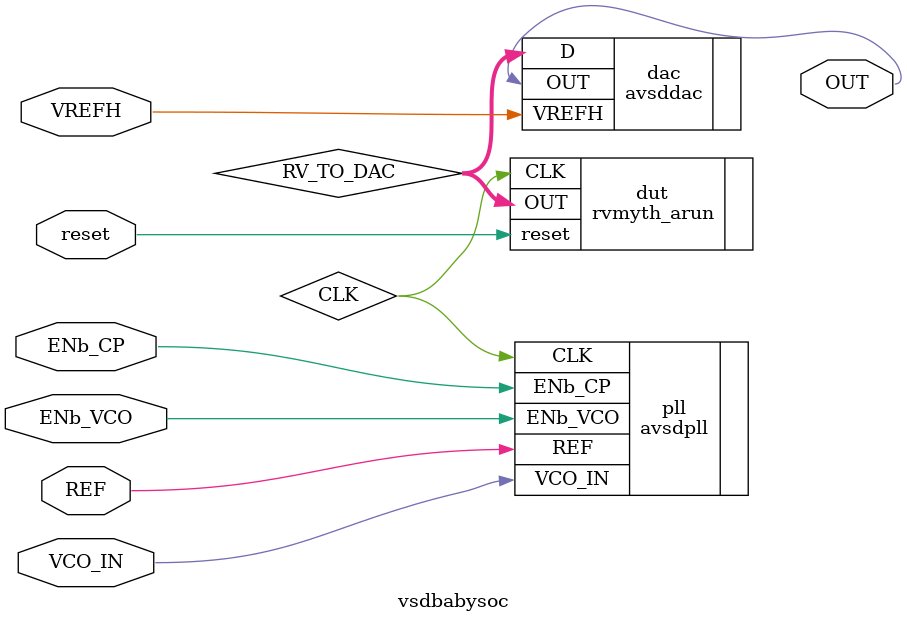
<source format=v>
/* Generated by Yosys 0.45+3 (git sha1 d56716417, g++ 11.4.0-1ubuntu1~22.04 -fPIC -O3) */

module clk_gate(gated_clk, free_clk, func_en, pwr_en, gating_override);
  input free_clk;
  wire free_clk;
  input func_en;
  wire func_en;
  output gated_clk;
  wire gated_clk;
  input gating_override;
  wire gating_override;
  input pwr_en;
  wire pwr_en;
  assign gated_clk = free_clk;
endmodule

module riscv_arun(OUT, CLK, reset);
  reg \$auto$verilog_backend.cc:2352:dump_module$671  = 0;
  reg [31:0] _0000_;
  reg [31:0] _0001_;
  reg [31:0] _0002_;
  reg [31:0] _0003_;
  reg [31:0] _0004_;
  reg [31:0] _0005_;
  reg [31:0] _0006_;
  reg [31:0] _0007_;
  reg [31:0] _0008_;
  reg [31:0] _0009_;
  reg [31:0] _0010_;
  reg [31:0] _0011_;
  reg [31:0] _0012_;
  reg [31:0] _0013_;
  reg [31:0] _0014_;
  reg [31:0] _0015_;
  reg [31:0] _0016_;
  reg [31:0] _0017_;
  reg [31:0] _0018_;
  reg [31:0] _0019_;
  reg [31:0] _0020_;
  reg [31:0] _0021_;
  reg [31:0] _0022_;
  reg [31:0] _0023_;
  reg [31:0] _0024_;
  reg [31:0] _0025_;
  reg [31:0] _0026_;
  reg [31:0] _0027_;
  reg [31:0] _0028_;
  reg [31:0] _0029_;
  reg [31:0] _0030_;
  reg [31:0] _0031_;
  reg [31:0] _0032_;
  reg [31:0] _0033_;
  reg [31:0] _0034_;
  reg [31:0] _0035_;
  reg [31:0] _0036_;
  reg [31:0] _0037_;
  reg [31:0] _0038_;
  reg [31:0] _0039_;
  reg [31:0] _0040_;
  reg [31:0] _0041_;
  reg [31:0] _0042_;
  reg [31:0] _0043_;
  reg [31:0] _0044_;
  reg [31:0] _0045_;
  reg [31:0] _0046_;
  reg [31:0] _0047_;
  reg [31:0] _0048_;
  reg [31:0] _0049_;
  reg [31:0] _0050_;
  reg [31:0] _0051_;
  reg [31:0] _0052_;
  reg [31:0] _0053_;
  reg [31:0] _0054_;
  reg [31:0] _0055_;
  reg [31:0] _0056_;
  reg [31:0] _0057_;
  reg [31:0] _0058_;
  reg [31:0] _0059_;
  reg [31:0] _0060_;
  reg [31:0] _0061_;
  reg [31:0] _0062_;
  reg [31:0] _0063_;
  reg [31:0] _0064_;
  reg [31:0] _0065_;
  reg [31:0] _0066_;
  reg [31:0] _0067_;
  reg [31:0] _0068_;
  reg [31:0] _0069_;
  reg [31:0] _0070_;
  reg [31:0] _0071_;
  reg [31:0] _0072_;
  reg [31:0] _0073_;
  reg [31:0] _0074_;
  reg [31:0] _0075_;
  reg [31:0] _0076_;
  reg [31:0] _0077_;
  reg [31:0] _0078_;
  reg [31:0] _0079_;
  reg [31:0] _0080_;
  reg [31:0] _0081_;
  reg [31:0] _0082_;
  reg [31:0] _0083_;
  reg [31:0] _0084_;
  reg [31:0] _0085_;
  reg [31:0] _0086_;
  reg [31:0] _0087_;
  reg [31:0] _0088_;
  reg [31:0] _0089_;
  reg [31:0] _0090_;
  reg [31:0] _0091_;
  reg [31:0] _0092_;
  reg [31:0] _0093_;
  reg [31:0] _0094_;
  reg [31:0] _0095_;
  reg [31:0] _0096_;
  reg [31:0] _0097_;
  reg [31:0] _0098_;
  reg [31:0] _0099_;
  reg [31:0] _0100_;
  reg [31:0] _0101_;
  reg [31:0] _0102_;
  reg [31:0] _0103_;
  reg [31:0] _0104_;
  reg [31:0] _0105_;
  reg [31:0] _0106_;
  reg [31:0] _0107_;
  reg [31:0] _0108_;
  reg [31:0] _0109_;
  reg [31:0] _0110_;
  reg [31:0] _0111_;
  reg [31:0] _0112_;
  reg [31:0] _0113_;
  reg [31:0] _0114_;
  reg [31:0] _0115_;
  reg [31:0] _0116_;
  reg [31:0] _0117_;
  reg [31:0] _0118_;
  reg [31:0] _0119_;
  reg [31:0] _0120_;
  reg [31:0] _0121_;
  reg [31:0] _0122_;
  reg [31:0] _0123_;
  reg [31:0] _0124_;
  reg [31:0] _0125_;
  reg [31:0] _0126_;
  reg [31:0] _0127_;
  reg [31:0] _0128_;
  reg [31:0] _0129_;
  reg [31:0] _0130_;
  reg [31:0] _0131_;
  reg [31:0] _0132_;
  reg [31:0] _0133_;
  reg [31:0] _0134_;
  reg [31:0] _0135_;
  reg [31:0] _0136_;
  reg [31:0] _0137_;
  reg [31:0] _0138_;
  reg [31:0] _0139_;
  reg [31:0] _0140_;
  reg [31:0] _0141_;
  reg [31:0] _0142_;
  reg _0143_;
  reg _0144_;
  reg _0145_;
  reg _0146_;
  reg _0147_;
  reg [31:0] _0148_;
  reg [31:0] _0149_;
  reg _0150_;
  reg [31:0] _0151_;
  reg [31:0] _0152_;
  reg [31:0] _0153_;
  reg [31:0] _0154_;
  reg _0155_;
  reg _0156_;
  reg _0157_;
  reg _0158_;
  reg _0159_;
  reg _0160_;
  reg _0161_;
  reg _0162_;
  reg _0163_;
  reg _0164_;
  reg _0165_;
  reg _0166_;
  reg _0167_;
  reg _0168_;
  reg _0169_;
  reg _0170_;
  reg _0171_;
  reg _0172_;
  reg _0173_;
  reg _0174_;
  reg _0175_;
  reg _0176_;
  reg _0177_;
  reg _0178_;
  reg _0179_;
  reg _0180_;
  reg _0181_;
  reg _0182_;
  reg _0183_;
  reg _0184_;
  reg _0185_;
  reg _0186_;
  reg _0187_;
  reg _0188_;
  reg _0189_;
  reg _0190_;
  reg _0191_;
  reg _0192_;
  reg _0193_;
  reg _0194_;
  reg _0195_;
  reg _0196_;
  reg _0197_;
  reg _0198_;
  reg _0199_;
  reg _0200_;
  reg _0201_;
  reg _0202_;
  reg _0203_;
  reg _0204_;
  reg _0205_;
  reg _0206_;
  reg _0207_;
  reg _0208_;
  reg _0209_;
  reg _0210_;
  reg _0211_;
  reg _0212_;
  reg _0213_;
  reg _0214_;
  reg _0215_;
  reg _0216_;
  reg _0217_;
  reg _0218_;
  reg _0219_;
  reg _0220_;
  reg _0221_;
  reg _0222_;
  reg _0223_;
  reg _0224_;
  reg _0225_;
  reg _0226_;
  reg _0227_;
  reg _0228_;
  reg _0229_;
  reg _0230_;
  reg _0231_;
  reg _0232_;
  reg _0233_;
  reg _0234_;
  reg _0235_;
  reg _0236_;
  reg _0237_;
  reg _0238_;
  reg _0239_;
  reg _0240_;
  reg _0241_;
  reg _0242_;
  reg _0243_;
  reg [31:0] _0244_;
  reg [31:0] _0245_;
  reg [31:0] _0246_;
  reg [31:0] _0247_;
  reg [4:0] _0248_;
  reg [4:0] _0249_;
  reg [4:0] _0250_;
  reg [4:0] _0251_;
  reg _0252_;
  reg _0253_;
  reg _0254_;
  reg _0255_;
  reg _0256_;
  reg _0257_;
  reg _0258_;
  reg [3:0] _0259_;
  reg [4:0] _0260_;
  reg _0261_;
  reg [4:0] _0262_;
  reg _0263_;
  reg [31:0] _0264_;
  reg [31:0] _0265_;
  reg [31:0] _0266_;
  reg _0267_;
  reg _0268_;
  reg _0269_;
  reg _0270_;
  reg _0271_;
  reg _0272_;
  reg _0273_;
  reg [9:0] _0274_;
  reg [31:0] _0275_;
  reg [31:0] _0276_;
  reg [31:0] _0277_;
  reg [31:0] _0278_;
  reg [31:0] _0279_;
  reg [31:0] _0280_;
  reg [31:0] _0281_;
  reg [31:0] _0282_;
  reg [31:0] _0283_;
  reg [31:0] _0284_;
  reg [31:0] _0285_;
  reg [31:0] _0286_;
  reg [31:0] _0287_;
  reg [31:0] _0288_;
  wire [31:0] _0289_;
  wire [31:0] _0290_;
  wire [63:0] _0291_;
  wire [63:0] _0292_;
  wire [63:0] _0293_;
  wire [63:0] _0294_;
  wire [63:0] _0295_;
  wire [63:0] _0296_;
  wire [31:0] _0297_;
  wire [63:0] _0298_;
  wire [63:0] _0299_;
  wire _0300_;
  wire _0301_;
  wire _0302_;
  wire _0303_;
  wire _0304_;
  wire _0305_;
  wire _0306_;
  wire _0307_;
  wire _0308_;
  wire _0309_;
  wire _0310_;
  wire _0311_;
  wire _0312_;
  wire _0313_;
  wire _0314_;
  wire _0315_;
  wire _0316_;
  wire _0317_;
  wire _0318_;
  wire _0319_;
  wire _0320_;
  wire _0321_;
  wire _0322_;
  wire _0323_;
  wire _0324_;
  wire _0325_;
  wire _0326_;
  wire _0327_;
  wire _0328_;
  wire _0329_;
  wire _0330_;
  wire _0331_;
  wire _0332_;
  wire _0333_;
  wire _0334_;
  wire _0335_;
  wire _0336_;
  wire _0337_;
  wire _0338_;
  wire _0339_;
  wire _0340_;
  wire _0341_;
  wire _0342_;
  wire _0343_;
  wire _0344_;
  wire _0345_;
  wire _0346_;
  wire _0347_;
  wire _0348_;
  wire _0349_;
  wire _0350_;
  wire _0351_;
  wire _0352_;
  wire _0353_;
  wire _0354_;
  wire _0355_;
  wire _0356_;
  wire _0357_;
  wire _0358_;
  wire _0359_;
  wire _0360_;
  wire _0361_;
  wire _0362_;
  wire _0363_;
  wire _0364_;
  wire _0365_;
  wire _0366_;
  wire _0367_;
  wire _0368_;
  wire _0369_;
  wire _0370_;
  wire _0371_;
  wire _0372_;
  wire _0373_;
  wire _0374_;
  wire _0375_;
  wire _0376_;
  wire _0377_;
  wire _0378_;
  wire _0379_;
  wire _0380_;
  wire _0381_;
  wire _0382_;
  wire _0383_;
  wire _0384_;
  wire _0385_;
  wire _0386_;
  wire _0387_;
  wire _0388_;
  wire _0389_;
  wire _0390_;
  wire _0391_;
  wire _0392_;
  wire _0393_;
  wire _0394_;
  wire _0395_;
  wire _0396_;
  wire _0397_;
  wire _0398_;
  wire _0399_;
  wire _0400_;
  wire [63:0] _0401_;
  wire [63:0] _0402_;
  wire [63:0] _0403_;
  wire [63:0] _0404_;
  wire [63:0] _0405_;
  wire _0406_;
  wire _0407_;
  wire _0408_;
  wire _0409_;
  wire _0410_;
  wire _0411_;
  wire _0412_;
  wire _0413_;
  wire _0414_;
  wire _0415_;
  wire _0416_;
  wire _0417_;
  wire _0418_;
  wire _0419_;
  wire _0420_;
  wire _0421_;
  wire _0422_;
  wire _0423_;
  wire _0424_;
  wire _0425_;
  wire _0426_;
  wire _0427_;
  wire _0428_;
  wire _0429_;
  wire _0430_;
  wire _0431_;
  wire _0432_;
  wire _0433_;
  wire _0434_;
  wire _0435_;
  wire _0436_;
  wire _0437_;
  wire _0438_;
  wire _0439_;
  wire _0440_;
  wire _0441_;
  wire _0442_;
  wire _0443_;
  wire _0444_;
  wire _0445_;
  wire _0446_;
  wire _0447_;
  wire _0448_;
  wire _0449_;
  wire _0450_;
  wire _0451_;
  wire _0452_;
  wire _0453_;
  wire _0454_;
  wire _0455_;
  wire _0456_;
  wire _0457_;
  wire _0458_;
  wire _0459_;
  wire _0460_;
  wire _0461_;
  wire _0462_;
  wire _0463_;
  wire _0464_;
  wire _0465_;
  wire _0466_;
  wire _0467_;
  wire _0468_;
  wire _0469_;
  wire _0470_;
  wire _0471_;
  wire _0472_;
  wire _0473_;
  wire _0474_;
  wire _0475_;
  wire _0476_;
  wire _0477_;
  wire _0478_;
  wire _0479_;
  wire _0480_;
  wire _0481_;
  wire _0482_;
  wire _0483_;
  wire _0484_;
  wire _0485_;
  wire _0486_;
  wire _0487_;
  wire _0488_;
  wire _0489_;
  wire _0490_;
  wire _0491_;
  wire _0492_;
  wire _0493_;
  wire _0494_;
  wire _0495_;
  wire _0496_;
  wire _0497_;
  wire _0498_;
  wire _0499_;
  wire _0500_;
  wire _0501_;
  wire _0502_;
  wire _0503_;
  wire _0504_;
  wire _0505_;
  wire _0506_;
  wire _0507_;
  wire _0508_;
  wire _0509_;
  wire _0510_;
  wire _0511_;
  wire _0512_;
  wire _0513_;
  wire _0514_;
  wire _0515_;
  wire _0516_;
  wire _0517_;
  wire _0518_;
  wire _0519_;
  wire _0520_;
  wire _0521_;
  wire _0522_;
  wire _0523_;
  wire _0524_;
  wire _0525_;
  wire _0526_;
  wire _0527_;
  wire _0528_;
  wire _0529_;
  wire _0530_;
  wire _0531_;
  wire _0532_;
  wire _0533_;
  wire _0534_;
  wire [3:0] _0535_;
  reg [31:0] _0536_;
  wire [3:0] _0537_;
  reg [31:0] _0538_;
  wire [4:0] _0539_;
  reg [31:0] _0540_;
  wire [4:0] _0541_;
  reg [31:0] _0542_;
  wire _0543_;
  wire _0544_;
  wire _0545_;
  wire _0546_;
  wire _0547_;
  wire _0548_;
  wire _0549_;
  wire _0550_;
  wire _0551_;
  wire _0552_;
  wire _0553_;
  wire _0554_;
  wire _0555_;
  wire _0556_;
  wire _0557_;
  wire _0558_;
  wire _0559_;
  wire _0560_;
  wire _0561_;
  wire _0562_;
  wire _0563_;
  wire _0564_;
  wire _0565_;
  wire _0566_;
  wire _0567_;
  wire _0568_;
  wire _0569_;
  wire _0570_;
  wire _0571_;
  wire _0572_;
  wire _0573_;
  wire _0574_;
  wire _0575_;
  wire _0576_;
  wire _0577_;
  wire _0578_;
  wire [63:0] _0579_;
  wire [63:0] _0580_;
  wire [63:0] _0581_;
  wire [63:0] _0582_;
  wire [63:0] _0583_;
  wire [63:0] _0584_;
  wire [63:0] _0585_;
  wire [63:0] _0586_;
  wire [63:0] _0587_;
  wire [31:0] _0588_;
  wire [31:0] _0589_;
  wire [63:0] _0590_;
  wire [63:0] _0591_;
  wire [63:0] _0592_;
  wire [63:0] _0593_;
  wire [63:0] _0594_;
  wire [63:0] _0595_;
  wire [63:0] _0596_;
  wire [63:0] _0597_;
  wire [63:0] _0598_;
  wire [63:0] _0599_;
  wire [63:0] _0600_;
  wire [63:0] _0601_;
  wire [63:0] _0602_;
  wire [63:0] _0603_;
  wire [63:0] _0604_;
  wire [63:0] _0605_;
  wire [63:0] _0606_;
  wire [63:0] _0607_;
  wire [63:0] _0608_;
  wire [63:0] _0609_;
  wire [63:0] _0610_;
  wire [63:0] _0611_;
  wire [63:0] _0612_;
  wire [63:0] _0613_;
  wire [63:0] _0614_;
  wire [63:0] _0615_;
  wire [4:0] _0616_;
  wire [31:0] _0617_;
  wire _0618_;
  wire _0619_;
  wire _0620_;
  wire _0621_;
  wire _0622_;
  wire _0623_;
  wire [31:0] _0624_;
  wire [31:0] _0625_;
  wire [31:0] _0626_;
  wire [31:0] _0627_;
  wire [31:0] _0628_;
  wire [31:0] _0629_;
  wire [31:0] _0630_;
  wire [31:0] _0631_;
  wire [31:0] _0632_;
  wire [31:0] _0633_;
  wire [31:0] _0634_;
  wire [31:0] _0635_;
  wire [31:0] _0636_;
  wire [31:0] _0637_;
  wire [31:0] _0638_;
  wire [31:0] _0639_;
  wire [31:0] _0640_;
  wire [31:0] _0641_;
  wire [31:0] _0642_;
  wire [31:0] _0643_;
  wire [31:0] _0644_;
  wire [31:0] _0645_;
  wire [31:0] _0646_;
  wire [31:0] _0647_;
  wire [31:0] _0648_;
  wire [31:0] _0649_;
  wire [31:0] _0650_;
  wire [31:0] _0651_;
  wire [31:0] _0652_;
  wire [31:0] _0653_;
  wire [31:0] _0654_;
  wire [31:0] _0655_;
  wire [31:0] _0656_;
  wire [31:0] _0657_;
  wire [31:0] _0658_;
  wire [31:0] _0659_;
  wire [31:0] _0660_;
  wire [31:0] _0661_;
  wire [31:0] _0662_;
  wire [31:0] _0663_;
  wire [31:0] _0664_;
  wire [31:0] _0665_;
  wire [31:0] _0666_;
  wire [31:0] _0667_;
  wire [31:0] _0668_;
  wire [31:0] _0669_;
  wire [31:0] _0670_;
  wire [31:0] _0671_;
  wire [31:0] _0672_;
  wire [31:0] _0673_;
  wire [31:0] _0674_;
  wire [31:0] _0675_;
  wire [31:0] _0676_;
  wire [31:0] _0677_;
  wire [31:0] _0678_;
  wire [31:0] _0679_;
  wire [31:0] _0680_;
  wire [31:0] _0681_;
  wire [31:0] _0682_;
  wire [31:0] _0683_;
  wire [31:0] _0684_;
  wire [31:0] _0685_;
  wire [31:0] _0686_;
  wire [31:0] _0687_;
  wire [31:0] _0688_;
  wire [31:0] _0689_;
  wire [31:0] _0690_;
  wire [31:0] _0691_;
  wire [31:0] _0692_;
  wire [31:0] _0693_;
  wire [31:0] _0694_;
  wire [31:0] _0695_;
  wire [31:0] _0696_;
  wire [31:0] _0697_;
  wire [31:0] _0698_;
  wire [31:0] _0699_;
  wire [31:0] _0700_;
  wire [31:0] _0701_;
  wire [31:0] _0702_;
  wire [31:0] _0703_;
  wire [31:0] _0704_;
  wire [31:0] _0705_;
  wire [31:0] _0706_;
  wire [31:0] _0707_;
  wire [31:0] _0708_;
  wire [31:0] _0709_;
  wire [31:0] _0710_;
  wire [31:0] _0711_;
  wire [31:0] _0712_;
  wire [31:0] _0713_;
  wire [31:0] _0714_;
  wire [31:0] _0715_;
  wire [31:0] _0716_;
  wire [31:0] _0717_;
  wire [31:0] _0718_;
  wire [31:0] _0719_;
  wire [31:0] _0720_;
  wire [31:0] _0721_;
  wire [31:0] _0722_;
  wire [31:0] _0723_;
  wire [31:0] _0724_;
  wire [31:0] _0725_;
  wire [31:0] _0726_;
  wire [31:0] _0727_;
  wire [31:0] _0728_;
  wire [31:0] _0729_;
  wire [31:0] _0730_;
  wire [63:0] _0731_;
  wire [63:0] _0732_;
  wire _0733_;
  wire _0734_;
  input CLK;
  wire CLK;
  reg [31:0] \CPU_Dmem_value_a4[0] ;
  reg [31:0] \CPU_Dmem_value_a4[10] ;
  reg [31:0] \CPU_Dmem_value_a4[11] ;
  reg [31:0] \CPU_Dmem_value_a4[12] ;
  reg [31:0] \CPU_Dmem_value_a4[13] ;
  reg [31:0] \CPU_Dmem_value_a4[14] ;
  reg [31:0] \CPU_Dmem_value_a4[15] ;
  reg [31:0] \CPU_Dmem_value_a4[1] ;
  reg [31:0] \CPU_Dmem_value_a4[2] ;
  reg [31:0] \CPU_Dmem_value_a4[3] ;
  reg [31:0] \CPU_Dmem_value_a4[4] ;
  reg [31:0] \CPU_Dmem_value_a4[5] ;
  reg [31:0] \CPU_Dmem_value_a4[6] ;
  reg [31:0] \CPU_Dmem_value_a4[7] ;
  reg [31:0] \CPU_Dmem_value_a4[8] ;
  reg [31:0] \CPU_Dmem_value_a4[9] ;
  reg [31:0] \CPU_Dmem_value_a5[0] ;
  reg [31:0] \CPU_Dmem_value_a5[10] ;
  reg [31:0] \CPU_Dmem_value_a5[11] ;
  reg [31:0] \CPU_Dmem_value_a5[12] ;
  reg [31:0] \CPU_Dmem_value_a5[13] ;
  reg [31:0] \CPU_Dmem_value_a5[14] ;
  reg [31:0] \CPU_Dmem_value_a5[15] ;
  reg [31:0] \CPU_Dmem_value_a5[1] ;
  reg [31:0] \CPU_Dmem_value_a5[2] ;
  reg [31:0] \CPU_Dmem_value_a5[3] ;
  reg [31:0] \CPU_Dmem_value_a5[4] ;
  reg [31:0] \CPU_Dmem_value_a5[5] ;
  reg [31:0] \CPU_Dmem_value_a5[6] ;
  reg [31:0] \CPU_Dmem_value_a5[7] ;
  reg [31:0] \CPU_Dmem_value_a5[8] ;
  reg [31:0] \CPU_Dmem_value_a5[9] ;
  reg [31:0] \CPU_Imem_instr_a1[0] ;
  reg [31:0] \CPU_Imem_instr_a1[1] ;
  reg [31:0] \CPU_Imem_instr_a1[2] ;
  reg [31:0] \CPU_Imem_instr_a1[3] ;
  reg [31:0] \CPU_Imem_instr_a1[4] ;
  reg [31:0] \CPU_Imem_instr_a1[5] ;
  reg [31:0] \CPU_Imem_instr_a1[6] ;
  reg [31:0] \CPU_Imem_instr_a1[7] ;
  reg [31:0] \CPU_Imem_instr_a1[8] ;
  reg [31:0] \CPU_Imem_instr_a1[9] ;
  reg [31:0] \CPU_Xreg_value_a3[0] ;
  reg [31:0] \CPU_Xreg_value_a3[10] ;
  reg [31:0] \CPU_Xreg_value_a3[11] ;
  reg [31:0] \CPU_Xreg_value_a3[12] ;
  reg [31:0] \CPU_Xreg_value_a3[13] ;
  reg [31:0] \CPU_Xreg_value_a3[14] ;
  reg [31:0] \CPU_Xreg_value_a3[15] ;
  reg [31:0] \CPU_Xreg_value_a3[16] ;
  reg [31:0] \CPU_Xreg_value_a3[17] ;
  reg [31:0] \CPU_Xreg_value_a3[18] ;
  reg [31:0] \CPU_Xreg_value_a3[19] ;
  reg [31:0] \CPU_Xreg_value_a3[1] ;
  reg [31:0] \CPU_Xreg_value_a3[20] ;
  reg [31:0] \CPU_Xreg_value_a3[21] ;
  reg [31:0] \CPU_Xreg_value_a3[22] ;
  reg [31:0] \CPU_Xreg_value_a3[23] ;
  reg [31:0] \CPU_Xreg_value_a3[24] ;
  reg [31:0] \CPU_Xreg_value_a3[25] ;
  reg [31:0] \CPU_Xreg_value_a3[26] ;
  reg [31:0] \CPU_Xreg_value_a3[27] ;
  reg [31:0] \CPU_Xreg_value_a3[28] ;
  reg [31:0] \CPU_Xreg_value_a3[29] ;
  reg [31:0] \CPU_Xreg_value_a3[2] ;
  reg [31:0] \CPU_Xreg_value_a3[30] ;
  reg [31:0] \CPU_Xreg_value_a3[31] ;
  reg [31:0] \CPU_Xreg_value_a3[3] ;
  reg [31:0] \CPU_Xreg_value_a3[4] ;
  reg [31:0] \CPU_Xreg_value_a3[5] ;
  reg [31:0] \CPU_Xreg_value_a3[6] ;
  reg [31:0] \CPU_Xreg_value_a3[7] ;
  reg [31:0] \CPU_Xreg_value_a3[8] ;
  reg [31:0] \CPU_Xreg_value_a3[9] ;
  reg [31:0] \CPU_Xreg_value_a4[0] ;
  reg [31:0] \CPU_Xreg_value_a4[10] ;
  reg [31:0] \CPU_Xreg_value_a4[11] ;
  reg [31:0] \CPU_Xreg_value_a4[12] ;
  reg [31:0] \CPU_Xreg_value_a4[13] ;
  reg [31:0] \CPU_Xreg_value_a4[14] ;
  reg [31:0] \CPU_Xreg_value_a4[15] ;
  reg [31:0] \CPU_Xreg_value_a4[16] ;
  reg [31:0] \CPU_Xreg_value_a4[17] ;
  reg [31:0] \CPU_Xreg_value_a4[18] ;
  reg [31:0] \CPU_Xreg_value_a4[19] ;
  reg [31:0] \CPU_Xreg_value_a4[1] ;
  reg [31:0] \CPU_Xreg_value_a4[20] ;
  reg [31:0] \CPU_Xreg_value_a4[21] ;
  reg [31:0] \CPU_Xreg_value_a4[22] ;
  reg [31:0] \CPU_Xreg_value_a4[23] ;
  reg [31:0] \CPU_Xreg_value_a4[24] ;
  reg [31:0] \CPU_Xreg_value_a4[25] ;
  reg [31:0] \CPU_Xreg_value_a4[26] ;
  reg [31:0] \CPU_Xreg_value_a4[27] ;
  reg [31:0] \CPU_Xreg_value_a4[28] ;
  reg [31:0] \CPU_Xreg_value_a4[29] ;
  reg [31:0] \CPU_Xreg_value_a4[2] ;
  reg [31:0] \CPU_Xreg_value_a4[30] ;
  reg [31:0] \CPU_Xreg_value_a4[31] ;
  reg [31:0] \CPU_Xreg_value_a4[3] ;
  reg [31:0] \CPU_Xreg_value_a4[4] ;
  reg [31:0] \CPU_Xreg_value_a4[5] ;
  reg [31:0] \CPU_Xreg_value_a4[6] ;
  reg [31:0] \CPU_Xreg_value_a4[7] ;
  reg [31:0] \CPU_Xreg_value_a4[8] ;
  reg [31:0] \CPU_Xreg_value_a4[9] ;
  reg [31:0] \CPU_Xreg_value_a5[0] ;
  reg [31:0] \CPU_Xreg_value_a5[10] ;
  reg [31:0] \CPU_Xreg_value_a5[11] ;
  reg [31:0] \CPU_Xreg_value_a5[12] ;
  reg [31:0] \CPU_Xreg_value_a5[13] ;
  reg [31:0] \CPU_Xreg_value_a5[14] ;
  reg [31:0] \CPU_Xreg_value_a5[15] ;
  reg [31:0] \CPU_Xreg_value_a5[16] ;
  reg [31:0] \CPU_Xreg_value_a5[17] ;
  reg [31:0] \CPU_Xreg_value_a5[18] ;
  reg [31:0] \CPU_Xreg_value_a5[19] ;
  reg [31:0] \CPU_Xreg_value_a5[1] ;
  reg [31:0] \CPU_Xreg_value_a5[20] ;
  reg [31:0] \CPU_Xreg_value_a5[21] ;
  reg [31:0] \CPU_Xreg_value_a5[22] ;
  reg [31:0] \CPU_Xreg_value_a5[23] ;
  reg [31:0] \CPU_Xreg_value_a5[24] ;
  reg [31:0] \CPU_Xreg_value_a5[25] ;
  reg [31:0] \CPU_Xreg_value_a5[26] ;
  reg [31:0] \CPU_Xreg_value_a5[27] ;
  reg [31:0] \CPU_Xreg_value_a5[28] ;
  reg [31:0] \CPU_Xreg_value_a5[29] ;
  reg [31:0] \CPU_Xreg_value_a5[2] ;
  reg [31:0] \CPU_Xreg_value_a5[30] ;
  reg [31:0] \CPU_Xreg_value_a5[31] ;
  reg [31:0] \CPU_Xreg_value_a5[3] ;
  reg [31:0] \CPU_Xreg_value_a5[4] ;
  reg [31:0] \CPU_Xreg_value_a5[5] ;
  reg [31:0] \CPU_Xreg_value_a5[6] ;
  reg [31:0] \CPU_Xreg_value_a5[7] ;
  reg [31:0] \CPU_Xreg_value_a5[8] ;
  reg [31:0] \CPU_Xreg_value_a5[9] ;
  wire [31:0] CPU_br_tgt_pc_a2;
  reg [31:0] CPU_br_tgt_pc_a3;
  wire CPU_clk_arun_a0;
  reg CPU_clk_arun_a1;
  reg CPU_clk_arun_a2;
  reg CPU_clk_arun_a3;
  reg CPU_clk_arun_a4;
  reg CPU_clk_arun_a5;
  wire [10:0] CPU_dec_bits_a1;
  wire [3:0] CPU_dmem_addr_a4;
  reg [31:0] CPU_dmem_rd_data_a5;
  wire CPU_dmem_rd_en_a4;
  wire [31:0] CPU_dmem_wr_data_a4;
  wire CPU_dmem_wr_en_a4;
  wire [2:0] CPU_funct3_a1;
  wire CPU_funct3_valid_a1;
  wire [6:0] CPU_funct7_a1;
  wire CPU_funct7_valid_a1;
  wire [31:0] CPU_imem_rd_addr_a0;
  reg [31:0] CPU_imem_rd_addr_a1;
  wire [31:0] CPU_imem_rd_data_a1;
  wire CPU_imem_rd_en_a0;
  reg CPU_imem_rd_en_a1;
  wire [31:0] CPU_imm_a1;
  reg [31:0] CPU_imm_a2;
  reg [31:0] CPU_imm_a3;
  wire [31:0] CPU_inc_pc_a1;
  reg [31:0] CPU_inc_pc_a2;
  reg [31:0] CPU_inc_pc_a3;
  wire [31:0] CPU_instr_a1;
  wire CPU_is_add_a1;
  reg CPU_is_add_a2;
  reg CPU_is_add_a3;
  wire CPU_is_addi_a1;
  reg CPU_is_addi_a2;
  reg CPU_is_addi_a3;
  wire CPU_is_and_a1;
  reg CPU_is_and_a2;
  reg CPU_is_and_a3;
  wire CPU_is_andi_a1;
  reg CPU_is_andi_a2;
  reg CPU_is_andi_a3;
  wire CPU_is_auipc_a1;
  reg CPU_is_auipc_a2;
  reg CPU_is_auipc_a3;
  wire CPU_is_b_instr_a1;
  wire CPU_is_beq_a1;
  reg CPU_is_beq_a2;
  reg CPU_is_beq_a3;
  reg CPU_is_beq_a4;
  reg CPU_is_beq_a5;
  wire CPU_is_bge_a1;
  reg CPU_is_bge_a2;
  reg CPU_is_bge_a3;
  reg CPU_is_bge_a4;
  reg CPU_is_bge_a5;
  wire CPU_is_bgeu_a1;
  reg CPU_is_bgeu_a2;
  reg CPU_is_bgeu_a3;
  reg CPU_is_bgeu_a4;
  reg CPU_is_bgeu_a5;
  wire CPU_is_blt_a1;
  reg CPU_is_blt_a2;
  reg CPU_is_blt_a3;
  reg CPU_is_blt_a4;
  reg CPU_is_blt_a5;
  wire CPU_is_bltu_a1;
  reg CPU_is_bltu_a2;
  reg CPU_is_bltu_a3;
  reg CPU_is_bltu_a4;
  reg CPU_is_bltu_a5;
  wire CPU_is_bne_a1;
  reg CPU_is_bne_a2;
  reg CPU_is_bne_a3;
  reg CPU_is_bne_a4;
  reg CPU_is_bne_a5;
  wire CPU_is_i_instr_a1;
  wire CPU_is_j_instr_a1;
  wire CPU_is_jal_a1;
  reg CPU_is_jal_a2;
  reg CPU_is_jal_a3;
  wire CPU_is_jalr_a1;
  reg CPU_is_jalr_a2;
  reg CPU_is_jalr_a3;
  wire CPU_is_jump_a1;
  reg CPU_is_jump_a2;
  reg CPU_is_jump_a3;
  wire CPU_is_load_a1;
  reg CPU_is_load_a2;
  reg CPU_is_load_a3;
  wire CPU_is_lui_a1;
  reg CPU_is_lui_a2;
  reg CPU_is_lui_a3;
  wire CPU_is_or_a1;
  reg CPU_is_or_a2;
  reg CPU_is_or_a3;
  wire CPU_is_ori_a1;
  reg CPU_is_ori_a2;
  reg CPU_is_ori_a3;
  wire CPU_is_r_instr_a1;
  wire CPU_is_s_instr_a1;
  reg CPU_is_s_instr_a2;
  reg CPU_is_s_instr_a3;
  reg CPU_is_s_instr_a4;
  wire CPU_is_sb_a1;
  reg CPU_is_sb_a2;
  reg CPU_is_sb_a3;
  reg CPU_is_sb_a4;
  reg CPU_is_sb_a5;
  wire CPU_is_sh_a1;
  reg CPU_is_sh_a2;
  reg CPU_is_sh_a3;
  reg CPU_is_sh_a4;
  reg CPU_is_sh_a5;
  wire CPU_is_sll_a1;
  reg CPU_is_sll_a2;
  reg CPU_is_sll_a3;
  wire CPU_is_slli_a1;
  reg CPU_is_slli_a2;
  reg CPU_is_slli_a3;
  wire CPU_is_slt_a1;
  reg CPU_is_slt_a2;
  reg CPU_is_slt_a3;
  wire CPU_is_slti_a1;
  reg CPU_is_slti_a2;
  reg CPU_is_slti_a3;
  wire CPU_is_sltiu_a1;
  reg CPU_is_sltiu_a2;
  reg CPU_is_sltiu_a3;
  wire CPU_is_sltu_a1;
  reg CPU_is_sltu_a2;
  reg CPU_is_sltu_a3;
  wire CPU_is_sra_a1;
  reg CPU_is_sra_a2;
  reg CPU_is_sra_a3;
  wire CPU_is_srai_a1;
  reg CPU_is_srai_a2;
  reg CPU_is_srai_a3;
  wire CPU_is_srl_a1;
  reg CPU_is_srl_a2;
  reg CPU_is_srl_a3;
  wire CPU_is_srli_a1;
  reg CPU_is_srli_a2;
  reg CPU_is_srli_a3;
  wire CPU_is_sub_a1;
  reg CPU_is_sub_a2;
  reg CPU_is_sub_a3;
  wire CPU_is_sw_a1;
  reg CPU_is_sw_a2;
  reg CPU_is_sw_a3;
  reg CPU_is_sw_a4;
  reg CPU_is_sw_a5;
  wire CPU_is_u_instr_a1;
  wire CPU_is_xor_a1;
  reg CPU_is_xor_a2;
  reg CPU_is_xor_a3;
  wire CPU_is_xori_a1;
  reg CPU_is_xori_a2;
  reg CPU_is_xori_a3;
  wire [31:0] CPU_jalr_tgt_pc_a2;
  reg [31:0] CPU_jalr_tgt_pc_a3;
  wire [31:0] CPU_ld_data_a5;
  wire [6:0] CPU_opcode_a1;
  wire [31:0] CPU_pc_a0;
  reg [31:0] CPU_pc_a1;
  reg [31:0] CPU_pc_a2;
  reg [31:0] CPU_pc_a3;
  reg [4:0] CPU_rd_a2;
  reg [4:0] CPU_rd_a3;
  reg [4:0] CPU_rd_a4;
  reg [4:0] CPU_rd_a5;
  wire CPU_rd_valid_a1;
  reg CPU_rd_valid_a2;
  reg CPU_rd_valid_a3;
  reg CPU_rd_valid_a4;
  wire CPU_reset_a0;
  reg CPU_reset_a1;
  reg CPU_reset_a2;
  reg CPU_reset_a3;
  reg CPU_reset_a4;
  wire [31:0] CPU_result_a3;
  reg [5:2] CPU_result_a4;
  wire [31:0] CPU_rf_rd_data1_a2;
  wire [31:0] CPU_rf_rd_data2_a2;
  wire CPU_rf_rd_en1_a2;
  wire CPU_rf_rd_en2_a2;
  wire [4:0] CPU_rf_rd_index1_a2;
  wire [4:0] CPU_rf_rd_index2_a2;
  wire [31:0] CPU_rf_wr_data_a3;
  wire CPU_rf_wr_en_a3;
  wire [4:0] CPU_rf_wr_index_a3;
  reg [4:0] CPU_rs1_a2;
  wire CPU_rs1_valid_a1;
  reg CPU_rs1_valid_a2;
  reg [4:0] CPU_rs2_a2;
  wire CPU_rs2_valid_a1;
  reg CPU_rs2_valid_a2;
  wire CPU_sltiu_result_a3;
  wire CPU_sltu_result_a3;
  wire [31:0] CPU_src1_value_a2;
  reg [31:0] CPU_src1_value_a3;
  wire [31:0] CPU_src2_value_a2;
  reg [31:0] CPU_src2_value_a3;
  reg [31:0] CPU_src2_value_a4;
  wire CPU_taken_br_a3;
  wire CPU_valid_a3;
  reg CPU_valid_a4;
  wire CPU_valid_jump_a3;
  reg CPU_valid_jump_a4;
  reg CPU_valid_jump_a5;
  wire CPU_valid_load_a3;
  reg CPU_valid_load_a4;
  reg CPU_valid_load_a5;
  wire CPU_valid_taken_br_a3;
  reg CPU_valid_taken_br_a4;
  reg CPU_valid_taken_br_a5;
  wire \L1_CPU_Dmem[0].L1_wr_a4 ;
  wire \L1_CPU_Dmem[10].L1_wr_a4 ;
  wire \L1_CPU_Dmem[11].L1_wr_a4 ;
  wire \L1_CPU_Dmem[12].L1_wr_a4 ;
  wire \L1_CPU_Dmem[13].L1_wr_a4 ;
  wire \L1_CPU_Dmem[14].L1_wr_a4 ;
  wire \L1_CPU_Dmem[15].L1_wr_a4 ;
  wire \L1_CPU_Dmem[1].L1_wr_a4 ;
  wire \L1_CPU_Dmem[2].L1_wr_a4 ;
  wire \L1_CPU_Dmem[3].L1_wr_a4 ;
  wire \L1_CPU_Dmem[4].L1_wr_a4 ;
  wire \L1_CPU_Dmem[5].L1_wr_a4 ;
  wire \L1_CPU_Dmem[6].L1_wr_a4 ;
  wire \L1_CPU_Dmem[7].L1_wr_a4 ;
  wire \L1_CPU_Dmem[8].L1_wr_a4 ;
  wire \L1_CPU_Dmem[9].L1_wr_a4 ;
  wire \L1_CPU_Xreg[0].L1_wr_a3 ;
  wire \L1_CPU_Xreg[10].L1_wr_a3 ;
  wire \L1_CPU_Xreg[11].L1_wr_a3 ;
  wire \L1_CPU_Xreg[12].L1_wr_a3 ;
  wire \L1_CPU_Xreg[13].L1_wr_a3 ;
  wire \L1_CPU_Xreg[14].L1_wr_a3 ;
  wire \L1_CPU_Xreg[15].L1_wr_a3 ;
  wire \L1_CPU_Xreg[16].L1_wr_a3 ;
  wire \L1_CPU_Xreg[17].L1_wr_a3 ;
  wire \L1_CPU_Xreg[18].L1_wr_a3 ;
  wire \L1_CPU_Xreg[19].L1_wr_a3 ;
  wire \L1_CPU_Xreg[1].L1_wr_a3 ;
  wire \L1_CPU_Xreg[20].L1_wr_a3 ;
  wire \L1_CPU_Xreg[21].L1_wr_a3 ;
  wire \L1_CPU_Xreg[22].L1_wr_a3 ;
  wire \L1_CPU_Xreg[23].L1_wr_a3 ;
  wire \L1_CPU_Xreg[24].L1_wr_a3 ;
  wire \L1_CPU_Xreg[25].L1_wr_a3 ;
  wire \L1_CPU_Xreg[26].L1_wr_a3 ;
  wire \L1_CPU_Xreg[27].L1_wr_a3 ;
  wire \L1_CPU_Xreg[28].L1_wr_a3 ;
  wire \L1_CPU_Xreg[29].L1_wr_a3 ;
  wire \L1_CPU_Xreg[2].L1_wr_a3 ;
  wire \L1_CPU_Xreg[30].L1_wr_a3 ;
  wire \L1_CPU_Xreg[31].L1_wr_a3 ;
  wire \L1_CPU_Xreg[3].L1_wr_a3 ;
  wire \L1_CPU_Xreg[4].L1_wr_a3 ;
  wire \L1_CPU_Xreg[5].L1_wr_a3 ;
  wire \L1_CPU_Xreg[6].L1_wr_a3 ;
  wire \L1_CPU_Xreg[7].L1_wr_a3 ;
  wire \L1_CPU_Xreg[8].L1_wr_a3 ;
  wire \L1_CPU_Xreg[9].L1_wr_a3 ;
  output [9:0] OUT;
  reg [9:0] OUT;
  wire clk;
  wire clkP_CPU_dmem_rd_en_a5;
  wire clkP_CPU_rd_valid_a2;
  wire clkP_CPU_rd_valid_a3;
  wire clkP_CPU_rd_valid_a4;
  wire clkP_CPU_rd_valid_a5;
  wire clkP_CPU_rs1_valid_a2;
  wire clkP_CPU_rs2_valid_a2;
  reg [31:0] \instrs[0] ;
  reg [31:0] \instrs[1] ;
  reg [31:0] \instrs[2] ;
  reg [31:0] \instrs[3] ;
  reg [31:0] \instrs[4] ;
  reg [31:0] \instrs[5] ;
  reg [31:0] \instrs[6] ;
  reg [31:0] \instrs[7] ;
  reg [31:0] \instrs[8] ;
  reg [31:0] \instrs[9] ;
  input reset;
  wire reset;
  wire [31:0] w_CPU_dmem_rd_data_a4;
  wire [4:0] w_CPU_rd_a1;
  wire [4:0] w_CPU_rs1_a1;
  wire [4:0] w_CPU_rs2_a1;
  assign _0289_ = CPU_pc_a2 + CPU_imm_a2;
  assign _0290_ = CPU_src1_value_a2 + CPU_imm_a2;
  assign _0291_ = CPU_src1_value_a3 + CPU_imm_a3;
  assign _0292_ = CPU_src1_value_a3 + CPU_src2_value_a3;
  assign _0293_ = CPU_pc_a3 + CPU_imm_a3;
  assign _0294_ = CPU_pc_a3 + 32'd4;
  assign _0295_ = CPU_pc_a3 + 32'd4;
  assign _0296_ = CPU_src1_value_a3 + CPU_imm_a3;
  assign _0297_ = CPU_pc_a1 + 32'd4;
  assign _0298_ = CPU_src1_value_a3 & CPU_src2_value_a3;
  assign _0299_ = CPU_src1_value_a3 & CPU_imm_a3;
  assign _0300_ = CPU_dec_bits_a1[9:0] == 10'h063;
  assign _0301_ = CPU_dec_bits_a1[9:0] == 10'h0e3;
  assign _0302_ = CPU_dec_bits_a1[9:0] == 10'h263;
  assign _0303_ = CPU_dec_bits_a1[9:0] == 10'h2e3;
  assign _0304_ = CPU_dec_bits_a1[9:0] == 10'h363;
  assign _0305_ = CPU_dec_bits_a1[9:0] == 10'h3e3;
  assign _0306_ = CPU_dec_bits_a1 == 11'h033;
  assign _0307_ = CPU_dec_bits_a1[9:0] == 10'h013;
  assign _0308_ = CPU_dec_bits_a1 == 11'h333;
  assign _0309_ = CPU_dec_bits_a1[9:0] == 10'h313;
  assign _0310_ = CPU_dec_bits_a1 == 11'h233;
  assign _0311_ = CPU_dec_bits_a1[9:0] == 10'h213;
  assign _0312_ = CPU_dec_bits_a1 == 11'h3b3;
  assign _0313_ = CPU_dec_bits_a1[9:0] == 10'h393;
  assign _0314_ = CPU_dec_bits_a1 == 11'h433;
  assign _0315_ = CPU_dec_bits_a1[9:0] == 10'h113;
  assign _0316_ = CPU_dec_bits_a1[9:0] == 10'h193;
  assign _0317_ = CPU_dec_bits_a1 == 11'h093;
  assign _0318_ = CPU_dec_bits_a1 == 11'h293;
  assign _0319_ = CPU_dec_bits_a1 == 11'h693;
  assign _0320_ = CPU_dec_bits_a1 == 11'h0b3;
  assign _0321_ = CPU_dec_bits_a1 == 11'h133;
  assign _0322_ = CPU_dec_bits_a1 == 11'h1b3;
  assign _0323_ = CPU_dec_bits_a1 == 11'h2b3;
  assign _0324_ = CPU_dec_bits_a1 == 11'h6b3;
  assign _0325_ = CPU_dec_bits_a1[6:0] == 7'h03;
  assign _0326_ = CPU_dec_bits_a1[9:0] == 10'h023;
  assign _0327_ = CPU_dec_bits_a1[9:0] == 10'h0a3;
  assign _0328_ = CPU_dec_bits_a1[9:0] == 10'h123;
  assign _0329_ = CPU_dec_bits_a1[6:0] == 7'h37;
  assign _0330_ = CPU_dec_bits_a1[6:0] == 7'h17;
  assign _0331_ = CPU_dec_bits_a1[6:0] == 7'h6f;
  assign _0332_ = CPU_dec_bits_a1[9:0] == 10'h067;
  assign _0333_ = CPU_rd_a3 == CPU_rs1_a2;
  assign _0334_ = CPU_rd_a3 == CPU_rs2_a2;
  assign _0335_ = CPU_src1_value_a3[31] == CPU_imm_a3[31];
  assign _0336_ = CPU_src1_value_a3[31] == CPU_src2_value_a3[31];
  assign _0337_ = CPU_src1_value_a3 == CPU_src2_value_a3;
  assign _0338_ = CPU_rf_wr_index_a3 == 32'd0;
  assign _0339_ = CPU_rf_wr_index_a3 == 32'd1;
  assign _0340_ = CPU_rf_wr_index_a3 == 32'd2;
  assign _0341_ = CPU_rf_wr_index_a3 == 32'd3;
  assign _0342_ = CPU_rf_wr_index_a3 == 32'd4;
  assign _0343_ = CPU_rf_wr_index_a3 == 32'd5;
  assign _0344_ = CPU_rf_wr_index_a3 == 32'd6;
  assign _0345_ = CPU_rf_wr_index_a3 == 32'd7;
  assign _0346_ = CPU_rf_wr_index_a3 == 32'd8;
  assign _0347_ = CPU_rf_wr_index_a3 == 32'd9;
  assign _0348_ = CPU_rf_wr_index_a3 == 32'd10;
  assign _0349_ = CPU_rf_wr_index_a3 == 32'd11;
  assign _0350_ = CPU_rf_wr_index_a3 == 32'd12;
  assign _0351_ = CPU_rf_wr_index_a3 == 32'd13;
  assign _0352_ = CPU_rf_wr_index_a3 == 32'd14;
  assign _0353_ = CPU_rf_wr_index_a3 == 32'd15;
  assign _0354_ = CPU_rf_wr_index_a3 == 32'd16;
  assign _0355_ = CPU_rf_wr_index_a3 == 32'd17;
  assign _0356_ = CPU_rf_wr_index_a3 == 32'd18;
  assign _0357_ = CPU_rf_wr_index_a3 == 32'd19;
  assign _0358_ = CPU_rf_wr_index_a3 == 32'd20;
  assign _0359_ = CPU_rf_wr_index_a3 == 32'd21;
  assign _0360_ = CPU_rf_wr_index_a3 == 32'd22;
  assign _0361_ = CPU_rf_wr_index_a3 == 32'd23;
  assign _0362_ = CPU_rf_wr_index_a3 == 32'd24;
  assign _0363_ = CPU_rf_wr_index_a3 == 32'd25;
  assign _0364_ = CPU_rf_wr_index_a3 == 32'd26;
  assign _0365_ = CPU_rf_wr_index_a3 == 32'd27;
  assign _0366_ = CPU_rf_wr_index_a3 == 32'd28;
  assign _0367_ = CPU_rf_wr_index_a3 == 32'd29;
  assign _0368_ = CPU_rf_wr_index_a3 == 32'd30;
  assign _0369_ = CPU_rf_wr_index_a3 == 32'd31;
  assign _0370_ = CPU_dmem_addr_a4 == 32'd0;
  assign _0371_ = CPU_dmem_addr_a4 == 32'd1;
  assign _0372_ = CPU_dmem_addr_a4 == 32'd2;
  assign _0373_ = CPU_dmem_addr_a4 == 32'd3;
  assign _0374_ = CPU_dmem_addr_a4 == 32'd4;
  assign _0375_ = CPU_dmem_addr_a4 == 32'd5;
  assign _0376_ = CPU_dmem_addr_a4 == 32'd6;
  assign _0377_ = CPU_dmem_addr_a4 == 32'd7;
  assign _0378_ = CPU_dmem_addr_a4 == 32'd8;
  assign _0379_ = CPU_dmem_addr_a4 == 32'd9;
  assign _0380_ = CPU_dmem_addr_a4 == 32'd10;
  assign _0381_ = CPU_dmem_addr_a4 == 32'd11;
  assign _0382_ = CPU_dmem_addr_a4 == 32'd12;
  assign _0383_ = CPU_dmem_addr_a4 == 32'd13;
  assign _0384_ = CPU_dmem_addr_a4 == 32'd14;
  assign _0385_ = CPU_dmem_addr_a4 == 32'd15;
  assign _0386_ = CPU_instr_a1[6:2] == 5'h00;
  assign _0387_ = CPU_instr_a1[6:2] == 5'h01;
  assign _0388_ = CPU_instr_a1[6:2] == 5'h04;
  assign _0389_ = CPU_instr_a1[6:2] == 5'h06;
  assign _0390_ = CPU_instr_a1[6:2] == 5'h19;
  assign _0391_ = CPU_instr_a1[6:2] == 5'h0b;
  assign _0392_ = CPU_instr_a1[6:2] == 5'h14;
  assign _0393_ = CPU_instr_a1[6:2] == 5'h0c;
  assign _0394_ = CPU_instr_a1[6:2] == 5'h0d;
  assign _0395_ = CPU_instr_a1[6:2] == 5'h18;
  assign _0396_ = CPU_instr_a1[6:2] == 5'h05;
  assign _0397_ = CPU_instr_a1[6:2] == 5'h0d;
  assign _0398_ = CPU_instr_a1[6:2] == 5'h08;
  assign _0399_ = CPU_instr_a1[6:2] == 5'h09;
  assign _0400_ = CPU_instr_a1[6:2] == 5'h1b;
  assign _0401_ = + CPU_sltiu_result_a3;
  assign _0402_ = + CPU_sltiu_result_a3;
  assign _0403_ = + CPU_sltu_result_a3;
  assign _0404_ = + CPU_sltu_result_a3;
  assign _0405_ = + 32'hxxxxxxxx;
  assign _0406_ = CPU_src1_value_a3 >= CPU_src2_value_a3;
  assign _0407_ = CPU_src1_value_a3 >= CPU_src2_value_a3;
  assign _0408_ = _0333_ && CPU_rf_wr_en_a3;
  assign _0409_ = _0334_ && CPU_rf_wr_en_a3;
  assign _0410_ = CPU_rd_valid_a3 && CPU_valid_a3;
  assign _0411_ = _0410_ && _0543_;
  assign _0412_ = CPU_valid_a3 && CPU_taken_br_a3;
  assign _0413_ = CPU_valid_a3 && CPU_is_load_a3;
  assign _0414_ = CPU_valid_a3 && CPU_is_jump_a3;
  assign _0415_ = CPU_valid_a4 && CPU_is_s_instr_a4;
  assign _0416_ = CPU_rf_wr_en_a3 && _0547_;
  assign _0417_ = _0416_ && _0338_;
  assign _0418_ = CPU_rf_wr_en_a3 && _0548_;
  assign _0419_ = _0418_ && _0339_;
  assign _0420_ = CPU_rf_wr_en_a3 && _0549_;
  assign _0421_ = _0420_ && _0340_;
  assign _0422_ = CPU_rf_wr_en_a3 && _0550_;
  assign _0423_ = _0422_ && _0341_;
  assign _0424_ = CPU_rf_wr_en_a3 && _0551_;
  assign _0425_ = _0424_ && _0342_;
  assign _0426_ = CPU_rf_wr_en_a3 && _0552_;
  assign _0427_ = _0426_ && _0343_;
  assign _0428_ = CPU_rf_wr_en_a3 && _0553_;
  assign _0429_ = _0428_ && _0344_;
  assign _0430_ = CPU_rf_wr_en_a3 && _0554_;
  assign _0431_ = _0430_ && _0345_;
  assign _0432_ = CPU_rf_wr_en_a3 && _0555_;
  assign _0433_ = _0432_ && _0346_;
  assign _0434_ = CPU_rf_wr_en_a3 && _0556_;
  assign _0435_ = _0434_ && _0347_;
  assign _0436_ = CPU_rf_wr_en_a3 && _0557_;
  assign _0437_ = _0436_ && _0348_;
  assign _0438_ = CPU_rf_wr_en_a3 && _0558_;
  assign _0439_ = _0438_ && _0349_;
  assign _0440_ = CPU_rf_wr_en_a3 && _0559_;
  assign _0441_ = _0440_ && _0350_;
  assign _0442_ = CPU_rf_wr_en_a3 && _0560_;
  assign _0443_ = _0442_ && _0351_;
  assign _0444_ = CPU_rf_wr_en_a3 && _0561_;
  assign _0445_ = _0444_ && _0352_;
  assign _0446_ = CPU_rf_wr_en_a3 && _0562_;
  assign _0447_ = _0446_ && _0353_;
  assign _0448_ = CPU_rf_wr_en_a3 && _0563_;
  assign _0449_ = _0448_ && _0354_;
  assign _0450_ = CPU_rf_wr_en_a3 && _0564_;
  assign _0451_ = _0450_ && _0355_;
  assign _0452_ = CPU_rf_wr_en_a3 && _0565_;
  assign _0453_ = _0452_ && _0356_;
  assign _0454_ = CPU_rf_wr_en_a3 && _0566_;
  assign _0455_ = _0454_ && _0357_;
  assign _0456_ = CPU_rf_wr_en_a3 && _0567_;
  assign _0457_ = _0456_ && _0358_;
  assign _0458_ = CPU_rf_wr_en_a3 && _0568_;
  assign _0459_ = _0458_ && _0359_;
  assign _0460_ = CPU_rf_wr_en_a3 && _0569_;
  assign _0461_ = _0460_ && _0360_;
  assign _0462_ = CPU_rf_wr_en_a3 && _0570_;
  assign _0463_ = _0462_ && _0361_;
  assign _0464_ = CPU_rf_wr_en_a3 && _0571_;
  assign _0465_ = _0464_ && _0362_;
  assign _0466_ = CPU_rf_wr_en_a3 && _0572_;
  assign _0467_ = _0466_ && _0363_;
  assign _0468_ = CPU_rf_wr_en_a3 && _0573_;
  assign _0469_ = _0468_ && _0364_;
  assign _0470_ = CPU_rf_wr_en_a3 && _0574_;
  assign _0471_ = _0470_ && _0365_;
  assign _0472_ = CPU_rf_wr_en_a3 && _0575_;
  assign _0473_ = _0472_ && _0366_;
  assign _0474_ = CPU_rf_wr_en_a3 && _0576_;
  assign _0475_ = _0474_ && _0367_;
  assign _0476_ = CPU_rf_wr_en_a3 && _0577_;
  assign _0477_ = _0476_ && _0368_;
  assign _0478_ = CPU_rf_wr_en_a3 && _0578_;
  assign _0479_ = _0478_ && _0369_;
  assign _0480_ = CPU_dmem_wr_en_a4 && _0370_;
  assign _0481_ = CPU_dmem_wr_en_a4 && _0371_;
  assign _0482_ = CPU_dmem_wr_en_a4 && _0372_;
  assign _0483_ = CPU_dmem_wr_en_a4 && _0373_;
  assign _0484_ = CPU_dmem_wr_en_a4 && _0374_;
  assign _0485_ = CPU_dmem_wr_en_a4 && _0375_;
  assign _0486_ = CPU_dmem_wr_en_a4 && _0376_;
  assign _0487_ = CPU_dmem_wr_en_a4 && _0377_;
  assign _0488_ = CPU_dmem_wr_en_a4 && _0378_;
  assign _0489_ = CPU_dmem_wr_en_a4 && _0379_;
  assign _0490_ = CPU_dmem_wr_en_a4 && _0380_;
  assign _0491_ = CPU_dmem_wr_en_a4 && _0381_;
  assign _0492_ = CPU_dmem_wr_en_a4 && _0382_;
  assign _0493_ = CPU_dmem_wr_en_a4 && _0383_;
  assign _0494_ = CPU_dmem_wr_en_a4 && _0384_;
  assign _0495_ = CPU_dmem_wr_en_a4 && _0385_;
  assign _0496_ = CPU_valid_jump_a3 && CPU_is_jal_a3;
  assign _0497_ = CPU_valid_jump_a3 && CPU_is_jalr_a3;
  assign _0498_ = ! CPU_valid_a3;
  assign _0499_ = ! CPU_valid_a3;
  assign _0500_ = ! _0509_;
  assign _0501_ = ! CPU_reset_a0;
  assign _0502_ = CPU_is_jal_a1 || CPU_is_jalr_a1;
  assign _0503_ = CPU_is_load_a3 || CPU_is_s_instr_a3;
  assign _0504_ = _0411_ || CPU_valid_load_a5;
  assign _0505_ = CPU_valid_taken_br_a4 || CPU_valid_taken_br_a5;
  assign _0506_ = _0505_ || CPU_valid_load_a4;
  assign _0507_ = _0506_ || CPU_valid_load_a5;
  assign _0508_ = _0507_ || CPU_valid_jump_a4;
  assign _0509_ = _0508_ || CPU_valid_jump_a5;
  assign _0510_ = _0386_ || _0387_;
  assign _0511_ = _0510_ || _0388_;
  assign _0512_ = _0511_ || _0389_;
  assign _0513_ = _0512_ || _0390_;
  assign _0514_ = _0391_ || _0392_;
  assign _0515_ = _0514_ || _0393_;
  assign _0516_ = _0515_ || _0394_;
  assign _0517_ = _0396_ || _0397_;
  assign _0518_ = _0398_ || _0399_;
  assign _0519_ = CPU_is_r_instr_a1 || CPU_is_s_instr_a1;
  assign _0520_ = _0519_ || CPU_is_b_instr_a1;
  assign _0521_ = _0520_ || CPU_is_i_instr_a1;
  assign _0522_ = CPU_is_r_instr_a1 || CPU_is_s_instr_a1;
  assign _0523_ = _0522_ || CPU_is_b_instr_a1;
  assign _0524_ = CPU_is_r_instr_a1 || CPU_is_i_instr_a1;
  assign _0525_ = _0524_ || CPU_is_u_instr_a1;
  assign _0526_ = _0525_ || CPU_is_j_instr_a1;
  assign _0527_ = CPU_is_r_instr_a1 || CPU_is_s_instr_a1;
  assign _0528_ = _0527_ || CPU_is_b_instr_a1;
  assign _0529_ = _0528_ || CPU_is_i_instr_a1;
  assign _0530_ = CPU_src1_value_a3 < CPU_src2_value_a3;
  assign _0531_ = CPU_src1_value_a3 < CPU_imm_a3;
  assign _0532_ = CPU_src1_value_a3 < CPU_src2_value_a3;
  assign _0533_ = CPU_src1_value_a3 < CPU_src2_value_a3;
  assign _0534_ = CPU_imem_rd_addr_a1 < 32'd10;
  assign _0543_ = CPU_rd_a3 != 5'h00;
  assign _0544_ = CPU_src1_value_a3 != CPU_src2_value_a3;
  assign _0545_ = CPU_src1_value_a3[31] != CPU_src2_value_a3[31];
  assign _0546_ = CPU_src1_value_a3[31] != CPU_src2_value_a3[31];
  assign _0547_ = CPU_rf_wr_index_a3 != 5'h00;
  assign _0548_ = CPU_rf_wr_index_a3 != 5'h00;
  assign _0549_ = CPU_rf_wr_index_a3 != 5'h00;
  assign _0550_ = CPU_rf_wr_index_a3 != 5'h00;
  assign _0551_ = CPU_rf_wr_index_a3 != 5'h00;
  assign _0552_ = CPU_rf_wr_index_a3 != 5'h00;
  assign _0553_ = CPU_rf_wr_index_a3 != 5'h00;
  assign _0554_ = CPU_rf_wr_index_a3 != 5'h00;
  assign _0555_ = CPU_rf_wr_index_a3 != 5'h00;
  assign _0556_ = CPU_rf_wr_index_a3 != 5'h00;
  assign _0557_ = CPU_rf_wr_index_a3 != 5'h00;
  assign _0558_ = CPU_rf_wr_index_a3 != 5'h00;
  assign _0559_ = CPU_rf_wr_index_a3 != 5'h00;
  assign _0560_ = CPU_rf_wr_index_a3 != 5'h00;
  assign _0561_ = CPU_rf_wr_index_a3 != 5'h00;
  assign _0562_ = CPU_rf_wr_index_a3 != 5'h00;
  assign _0563_ = CPU_rf_wr_index_a3 != 5'h00;
  assign _0564_ = CPU_rf_wr_index_a3 != 5'h00;
  assign _0565_ = CPU_rf_wr_index_a3 != 5'h00;
  assign _0566_ = CPU_rf_wr_index_a3 != 5'h00;
  assign _0567_ = CPU_rf_wr_index_a3 != 5'h00;
  assign _0568_ = CPU_rf_wr_index_a3 != 5'h00;
  assign _0569_ = CPU_rf_wr_index_a3 != 5'h00;
  assign _0570_ = CPU_rf_wr_index_a3 != 5'h00;
  assign _0571_ = CPU_rf_wr_index_a3 != 5'h00;
  assign _0572_ = CPU_rf_wr_index_a3 != 5'h00;
  assign _0573_ = CPU_rf_wr_index_a3 != 5'h00;
  assign _0574_ = CPU_rf_wr_index_a3 != 5'h00;
  assign _0575_ = CPU_rf_wr_index_a3 != 5'h00;
  assign _0576_ = CPU_rf_wr_index_a3 != 5'h00;
  assign _0577_ = CPU_rf_wr_index_a3 != 5'h00;
  assign _0578_ = CPU_rf_wr_index_a3 != 5'h00;
  assign _0579_ = CPU_src1_value_a3 | CPU_src2_value_a3;
  assign _0580_ = CPU_src1_value_a3 | CPU_imm_a3;
  assign _0581_ = CPU_src1_value_a3 << CPU_imm_a3[5:0];
  assign _0582_ = CPU_src1_value_a3 << CPU_src2_value_a3[4:0];
  assign _0583_ = CPU_src1_value_a3 >> CPU_imm_a3[5:0];
  assign _0584_ = { CPU_src1_value_a3[31], CPU_src1_value_a3[31], CPU_src1_value_a3[31], CPU_src1_value_a3[31], CPU_src1_value_a3[31], CPU_src1_value_a3[31], CPU_src1_value_a3[31], CPU_src1_value_a3[31], CPU_src1_value_a3[31], CPU_src1_value_a3[31], CPU_src1_value_a3[31], CPU_src1_value_a3[31], CPU_src1_value_a3[31], CPU_src1_value_a3[31], CPU_src1_value_a3[31], CPU_src1_value_a3[31], CPU_src1_value_a3[31], CPU_src1_value_a3[31], CPU_src1_value_a3[31], CPU_src1_value_a3[31], CPU_src1_value_a3[31], CPU_src1_value_a3[31], CPU_src1_value_a3[31], CPU_src1_value_a3[31], CPU_src1_value_a3[31], CPU_src1_value_a3[31], CPU_src1_value_a3[31], CPU_src1_value_a3[31], CPU_src1_value_a3[31], CPU_src1_value_a3[31], CPU_src1_value_a3[31], CPU_src1_value_a3[31], CPU_src1_value_a3 } >> CPU_imm_a3[4:0];
  assign _0585_ = CPU_src1_value_a3 >> CPU_src2_value_a3[5:0];
  assign _0586_ = { CPU_src1_value_a3[31], CPU_src1_value_a3[31], CPU_src1_value_a3[31], CPU_src1_value_a3[31], CPU_src1_value_a3[31], CPU_src1_value_a3[31], CPU_src1_value_a3[31], CPU_src1_value_a3[31], CPU_src1_value_a3[31], CPU_src1_value_a3[31], CPU_src1_value_a3[31], CPU_src1_value_a3[31], CPU_src1_value_a3[31], CPU_src1_value_a3[31], CPU_src1_value_a3[31], CPU_src1_value_a3[31], CPU_src1_value_a3[31], CPU_src1_value_a3[31], CPU_src1_value_a3[31], CPU_src1_value_a3[31], CPU_src1_value_a3[31], CPU_src1_value_a3[31], CPU_src1_value_a3[31], CPU_src1_value_a3[31], CPU_src1_value_a3[31], CPU_src1_value_a3[31], CPU_src1_value_a3[31], CPU_src1_value_a3[31], CPU_src1_value_a3[31], CPU_src1_value_a3[31], CPU_src1_value_a3[31], CPU_src1_value_a3[31], CPU_src1_value_a3 } >> CPU_src2_value_a3[4:0];
  assign _0587_ = CPU_src1_value_a3 - CPU_src2_value_a3;
  assign _0588_ = _0408_ ? CPU_result_a3 : CPU_rf_rd_data1_a2;
  assign _0589_ = _0409_ ? CPU_result_a3 : CPU_rf_rd_data2_a2;
  assign _0590_ = CPU_is_addi_a3 ? _0291_ : _0591_;
  assign _0591_ = CPU_is_add_a3 ? _0292_ : _0592_;
  assign _0592_ = CPU_is_or_a3 ? _0579_ : _0593_;
  assign _0593_ = CPU_is_ori_a3 ? _0580_ : _0594_;
  assign _0594_ = CPU_is_xor_a3 ? _0731_ : _0595_;
  assign _0595_ = CPU_is_xori_a3 ? _0732_ : _0596_;
  assign _0596_ = CPU_is_and_a3 ? _0298_ : _0597_;
  assign _0597_ = CPU_is_andi_a3 ? _0299_ : _0598_;
  assign _0598_ = CPU_is_sub_a3 ? _0587_ : _0600_;
  assign _0599_ = _0335_ ? _0401_ : { 63'h0000000000000000, CPU_src1_value_a3[31] };
  assign _0600_ = CPU_is_slti_a3 ? _0599_ : _0601_;
  assign _0601_ = CPU_is_sltiu_a3 ? _0402_ : _0602_;
  assign _0602_ = CPU_is_slli_a3 ? _0581_ : _0603_;
  assign _0603_ = CPU_is_srli_a3 ? _0583_ : _0604_;
  assign _0604_ = CPU_is_srai_a3 ? _0584_ : _0605_;
  assign _0605_ = CPU_is_sll_a3 ? _0582_ : _0607_;
  assign _0606_ = _0336_ ? _0403_ : { 63'h0000000000000000, CPU_src1_value_a3[31] };
  assign _0607_ = CPU_is_slt_a3 ? _0606_ : _0608_;
  assign _0608_ = CPU_is_sltu_a3 ? _0404_ : _0609_;
  assign _0609_ = CPU_is_srl_a3 ? _0585_ : _0610_;
  assign _0610_ = CPU_is_sra_a3 ? _0586_ : _0611_;
  assign _0611_ = CPU_is_lui_a3 ? { 32'h00000000, CPU_imm_a3[31:12], 12'h000 } : _0612_;
  assign _0612_ = CPU_is_auipc_a3 ? _0293_ : _0613_;
  assign _0613_ = CPU_is_jal_a3 ? _0294_ : _0614_;
  assign _0614_ = CPU_is_jalr_a3 ? _0295_ : _0615_;
  assign _0615_ = _0503_ ? _0296_ : _0405_;
  assign _0616_ = _0498_ ? CPU_rd_a5 : CPU_rd_a3;
  assign _0617_ = _0499_ ? CPU_ld_data_a5 : CPU_result_a3;
  assign _0618_ = CPU_is_beq_a3 ? _0337_ : _0619_;
  assign _0619_ = CPU_is_bne_a3 ? _0544_ : _0620_;
  assign _0620_ = CPU_is_blt_a3 ? _0733_ : _0621_;
  assign _0621_ = CPU_is_bge_a3 ? _0734_ : _0622_;
  assign _0622_ = CPU_is_bltu_a3 ? _0533_ : _0623_;
  assign _0623_ = CPU_is_bgeu_a3 ? _0407_ : 1'h0;
  assign _0624_ = _0534_ ? _0538_ : 32'd0;
  assign _0625_ = CPU_reset_a3 ? 32'd0 : _0657_;
  assign _0626_ = CPU_reset_a3 ? 32'd1 : _0658_;
  assign _0627_ = CPU_reset_a3 ? 32'd2 : _0659_;
  assign _0628_ = CPU_reset_a3 ? 32'd3 : _0660_;
  assign _0629_ = CPU_reset_a3 ? 32'd4 : _0661_;
  assign _0630_ = CPU_reset_a3 ? 32'd5 : _0662_;
  assign _0631_ = CPU_reset_a3 ? 32'd6 : _0663_;
  assign _0632_ = CPU_reset_a3 ? 32'd7 : _0664_;
  assign _0633_ = CPU_reset_a3 ? 32'd8 : _0665_;
  assign _0634_ = CPU_reset_a3 ? 32'd9 : _0666_;
  assign _0635_ = CPU_reset_a3 ? 32'd10 : _0667_;
  assign _0636_ = CPU_reset_a3 ? 32'd11 : _0668_;
  assign _0637_ = CPU_reset_a3 ? 32'd12 : _0669_;
  assign _0638_ = CPU_reset_a3 ? 32'd13 : _0670_;
  assign _0639_ = CPU_reset_a3 ? 32'd14 : _0671_;
  assign _0640_ = CPU_reset_a3 ? 32'd15 : _0672_;
  assign _0641_ = CPU_reset_a3 ? 32'd16 : _0673_;
  assign _0642_ = CPU_reset_a3 ? 32'd17 : _0674_;
  assign _0643_ = CPU_reset_a3 ? 32'd18 : _0675_;
  assign _0644_ = CPU_reset_a3 ? 32'd19 : _0676_;
  assign _0645_ = CPU_reset_a3 ? 32'd20 : _0677_;
  assign _0646_ = CPU_reset_a3 ? 32'd21 : _0678_;
  assign _0647_ = CPU_reset_a3 ? 32'd22 : _0679_;
  assign _0648_ = CPU_reset_a3 ? 32'd23 : _0680_;
  assign _0649_ = CPU_reset_a3 ? 32'd24 : _0681_;
  assign _0650_ = CPU_reset_a3 ? 32'd25 : _0682_;
  assign _0651_ = CPU_reset_a3 ? 32'd26 : _0683_;
  assign _0652_ = CPU_reset_a3 ? 32'd27 : _0684_;
  assign _0653_ = CPU_reset_a3 ? 32'd28 : _0685_;
  assign _0654_ = CPU_reset_a3 ? 32'd29 : _0686_;
  assign _0655_ = CPU_reset_a3 ? 32'd30 : _0687_;
  assign _0656_ = CPU_reset_a3 ? 32'd31 : _0688_;
  assign _0657_ = \L1_CPU_Xreg[0].L1_wr_a3  ? CPU_rf_wr_data_a3 : \CPU_Xreg_value_a4[0] ;
  assign _0658_ = \L1_CPU_Xreg[1].L1_wr_a3  ? CPU_rf_wr_data_a3 : \CPU_Xreg_value_a4[1] ;
  assign _0659_ = \L1_CPU_Xreg[2].L1_wr_a3  ? CPU_rf_wr_data_a3 : \CPU_Xreg_value_a4[2] ;
  assign _0660_ = \L1_CPU_Xreg[3].L1_wr_a3  ? CPU_rf_wr_data_a3 : \CPU_Xreg_value_a4[3] ;
  assign _0661_ = \L1_CPU_Xreg[4].L1_wr_a3  ? CPU_rf_wr_data_a3 : \CPU_Xreg_value_a4[4] ;
  assign _0662_ = \L1_CPU_Xreg[5].L1_wr_a3  ? CPU_rf_wr_data_a3 : \CPU_Xreg_value_a4[5] ;
  assign _0663_ = \L1_CPU_Xreg[6].L1_wr_a3  ? CPU_rf_wr_data_a3 : \CPU_Xreg_value_a4[6] ;
  assign _0664_ = \L1_CPU_Xreg[7].L1_wr_a3  ? CPU_rf_wr_data_a3 : \CPU_Xreg_value_a4[7] ;
  assign _0665_ = \L1_CPU_Xreg[8].L1_wr_a3  ? CPU_rf_wr_data_a3 : \CPU_Xreg_value_a4[8] ;
  assign _0666_ = \L1_CPU_Xreg[9].L1_wr_a3  ? CPU_rf_wr_data_a3 : \CPU_Xreg_value_a4[9] ;
  assign _0667_ = \L1_CPU_Xreg[10].L1_wr_a3  ? CPU_rf_wr_data_a3 : \CPU_Xreg_value_a4[10] ;
  assign _0668_ = \L1_CPU_Xreg[11].L1_wr_a3  ? CPU_rf_wr_data_a3 : \CPU_Xreg_value_a4[11] ;
  assign _0669_ = \L1_CPU_Xreg[12].L1_wr_a3  ? CPU_rf_wr_data_a3 : \CPU_Xreg_value_a4[12] ;
  assign _0670_ = \L1_CPU_Xreg[13].L1_wr_a3  ? CPU_rf_wr_data_a3 : \CPU_Xreg_value_a4[13] ;
  assign _0671_ = \L1_CPU_Xreg[14].L1_wr_a3  ? CPU_rf_wr_data_a3 : \CPU_Xreg_value_a4[14] ;
  assign _0672_ = \L1_CPU_Xreg[15].L1_wr_a3  ? CPU_rf_wr_data_a3 : \CPU_Xreg_value_a4[15] ;
  assign _0673_ = \L1_CPU_Xreg[16].L1_wr_a3  ? CPU_rf_wr_data_a3 : \CPU_Xreg_value_a4[16] ;
  assign _0674_ = \L1_CPU_Xreg[17].L1_wr_a3  ? CPU_rf_wr_data_a3 : \CPU_Xreg_value_a4[17] ;
  assign _0675_ = \L1_CPU_Xreg[18].L1_wr_a3  ? CPU_rf_wr_data_a3 : \CPU_Xreg_value_a4[18] ;
  assign _0676_ = \L1_CPU_Xreg[19].L1_wr_a3  ? CPU_rf_wr_data_a3 : \CPU_Xreg_value_a4[19] ;
  assign _0677_ = \L1_CPU_Xreg[20].L1_wr_a3  ? CPU_rf_wr_data_a3 : \CPU_Xreg_value_a4[20] ;
  assign _0678_ = \L1_CPU_Xreg[21].L1_wr_a3  ? CPU_rf_wr_data_a3 : \CPU_Xreg_value_a4[21] ;
  assign _0679_ = \L1_CPU_Xreg[22].L1_wr_a3  ? CPU_rf_wr_data_a3 : \CPU_Xreg_value_a4[22] ;
  assign _0680_ = \L1_CPU_Xreg[23].L1_wr_a3  ? CPU_rf_wr_data_a3 : \CPU_Xreg_value_a4[23] ;
  assign _0681_ = \L1_CPU_Xreg[24].L1_wr_a3  ? CPU_rf_wr_data_a3 : \CPU_Xreg_value_a4[24] ;
  assign _0682_ = \L1_CPU_Xreg[25].L1_wr_a3  ? CPU_rf_wr_data_a3 : \CPU_Xreg_value_a4[25] ;
  assign _0683_ = \L1_CPU_Xreg[26].L1_wr_a3  ? CPU_rf_wr_data_a3 : \CPU_Xreg_value_a4[26] ;
  assign _0684_ = \L1_CPU_Xreg[27].L1_wr_a3  ? CPU_rf_wr_data_a3 : \CPU_Xreg_value_a4[27] ;
  assign _0685_ = \L1_CPU_Xreg[28].L1_wr_a3  ? CPU_rf_wr_data_a3 : \CPU_Xreg_value_a4[28] ;
  assign _0686_ = \L1_CPU_Xreg[29].L1_wr_a3  ? CPU_rf_wr_data_a3 : \CPU_Xreg_value_a4[29] ;
  assign _0687_ = \L1_CPU_Xreg[30].L1_wr_a3  ? CPU_rf_wr_data_a3 : \CPU_Xreg_value_a4[30] ;
  assign _0688_ = \L1_CPU_Xreg[31].L1_wr_a3  ? CPU_rf_wr_data_a3 : \CPU_Xreg_value_a4[31] ;
  assign _0689_ = CPU_reset_a4 ? 32'd0 : _0705_;
  assign _0690_ = CPU_reset_a4 ? 32'd1 : _0706_;
  assign _0691_ = CPU_reset_a4 ? 32'd2 : _0707_;
  assign _0692_ = CPU_reset_a4 ? 32'd3 : _0708_;
  assign _0693_ = CPU_reset_a4 ? 32'd4 : _0709_;
  assign _0694_ = CPU_reset_a4 ? 32'd5 : _0710_;
  assign _0695_ = CPU_reset_a4 ? 32'd6 : _0711_;
  assign _0696_ = CPU_reset_a4 ? 32'd7 : _0712_;
  assign _0697_ = CPU_reset_a4 ? 32'd8 : _0713_;
  assign _0698_ = CPU_reset_a4 ? 32'd9 : _0714_;
  assign _0699_ = CPU_reset_a4 ? 32'd10 : _0715_;
  assign _0700_ = CPU_reset_a4 ? 32'd11 : _0716_;
  assign _0701_ = CPU_reset_a4 ? 32'd12 : _0717_;
  assign _0702_ = CPU_reset_a4 ? 32'd13 : _0718_;
  assign _0703_ = CPU_reset_a4 ? 32'd14 : _0719_;
  assign _0704_ = CPU_reset_a4 ? 32'd15 : _0720_;
  assign _0705_ = \L1_CPU_Dmem[0].L1_wr_a4  ? CPU_dmem_wr_data_a4 : \CPU_Dmem_value_a5[0] ;
  assign _0706_ = \L1_CPU_Dmem[1].L1_wr_a4  ? CPU_dmem_wr_data_a4 : \CPU_Dmem_value_a5[1] ;
  assign _0707_ = \L1_CPU_Dmem[2].L1_wr_a4  ? CPU_dmem_wr_data_a4 : \CPU_Dmem_value_a5[2] ;
  assign _0708_ = \L1_CPU_Dmem[3].L1_wr_a4  ? CPU_dmem_wr_data_a4 : \CPU_Dmem_value_a5[3] ;
  assign _0709_ = \L1_CPU_Dmem[4].L1_wr_a4  ? CPU_dmem_wr_data_a4 : \CPU_Dmem_value_a5[4] ;
  assign _0710_ = \L1_CPU_Dmem[5].L1_wr_a4  ? CPU_dmem_wr_data_a4 : \CPU_Dmem_value_a5[5] ;
  assign _0711_ = \L1_CPU_Dmem[6].L1_wr_a4  ? CPU_dmem_wr_data_a4 : \CPU_Dmem_value_a5[6] ;
  assign _0712_ = \L1_CPU_Dmem[7].L1_wr_a4  ? CPU_dmem_wr_data_a4 : \CPU_Dmem_value_a5[7] ;
  assign _0713_ = \L1_CPU_Dmem[8].L1_wr_a4  ? CPU_dmem_wr_data_a4 : \CPU_Dmem_value_a5[8] ;
  assign _0714_ = \L1_CPU_Dmem[9].L1_wr_a4  ? CPU_dmem_wr_data_a4 : \CPU_Dmem_value_a5[9] ;
  assign _0715_ = \L1_CPU_Dmem[10].L1_wr_a4  ? CPU_dmem_wr_data_a4 : \CPU_Dmem_value_a5[10] ;
  assign _0716_ = \L1_CPU_Dmem[11].L1_wr_a4  ? CPU_dmem_wr_data_a4 : \CPU_Dmem_value_a5[11] ;
  assign _0717_ = \L1_CPU_Dmem[12].L1_wr_a4  ? CPU_dmem_wr_data_a4 : \CPU_Dmem_value_a5[12] ;
  assign _0718_ = \L1_CPU_Dmem[13].L1_wr_a4  ? CPU_dmem_wr_data_a4 : \CPU_Dmem_value_a5[13] ;
  assign _0719_ = \L1_CPU_Dmem[14].L1_wr_a4  ? CPU_dmem_wr_data_a4 : \CPU_Dmem_value_a5[14] ;
  assign _0720_ = \L1_CPU_Dmem[15].L1_wr_a4  ? CPU_dmem_wr_data_a4 : \CPU_Dmem_value_a5[15] ;
  assign _0721_ = CPU_reset_a1 ? 32'd0 : _0722_;
  assign _0722_ = CPU_valid_taken_br_a3 ? CPU_br_tgt_pc_a3 : _0723_;
  assign _0723_ = CPU_valid_load_a3 ? CPU_inc_pc_a3 : _0724_;
  assign _0724_ = _0496_ ? CPU_br_tgt_pc_a3 : _0725_;
  assign _0725_ = _0497_ ? CPU_jalr_tgt_pc_a3 : CPU_inc_pc_a1;
  assign _0726_ = CPU_is_i_instr_a1 ? { CPU_instr_a1[31], CPU_instr_a1[31], CPU_instr_a1[31], CPU_instr_a1[31], CPU_instr_a1[31], CPU_instr_a1[31], CPU_instr_a1[31], CPU_instr_a1[31], CPU_instr_a1[31], CPU_instr_a1[31], CPU_instr_a1[31], CPU_instr_a1[31], CPU_instr_a1[31], CPU_instr_a1[31], CPU_instr_a1[31], CPU_instr_a1[31], CPU_instr_a1[31], CPU_instr_a1[31], CPU_instr_a1[31], CPU_instr_a1[31], CPU_instr_a1[31:20] } : _0727_;
  assign _0727_ = CPU_is_s_instr_a1 ? { CPU_instr_a1[31], CPU_instr_a1[31], CPU_instr_a1[31], CPU_instr_a1[31], CPU_instr_a1[31], CPU_instr_a1[31], CPU_instr_a1[31], CPU_instr_a1[31], CPU_instr_a1[31], CPU_instr_a1[31], CPU_instr_a1[31], CPU_instr_a1[31], CPU_instr_a1[31], CPU_instr_a1[31], CPU_instr_a1[31], CPU_instr_a1[31], CPU_instr_a1[31], CPU_instr_a1[31], CPU_instr_a1[31], CPU_instr_a1[31], CPU_instr_a1[31:25], CPU_instr_a1[11:7] } : _0728_;
  assign _0728_ = CPU_is_b_instr_a1 ? { CPU_instr_a1[31], CPU_instr_a1[31], CPU_instr_a1[31], CPU_instr_a1[31], CPU_instr_a1[31], CPU_instr_a1[31], CPU_instr_a1[31], CPU_instr_a1[31], CPU_instr_a1[31], CPU_instr_a1[31], CPU_instr_a1[31], CPU_instr_a1[31], CPU_instr_a1[31], CPU_instr_a1[31], CPU_instr_a1[31], CPU_instr_a1[31], CPU_instr_a1[31], CPU_instr_a1[31], CPU_instr_a1[31], CPU_instr_a1[31], CPU_instr_a1[7], CPU_instr_a1[30:25], CPU_instr_a1[11:8], 1'h0 } : _0729_;
  assign _0729_ = CPU_is_u_instr_a1 ? { CPU_instr_a1[31:12], 12'h000 } : _0730_;
  assign _0730_ = CPU_is_j_instr_a1 ? { CPU_instr_a1[31], CPU_instr_a1[31], CPU_instr_a1[31], CPU_instr_a1[31], CPU_instr_a1[31], CPU_instr_a1[31], CPU_instr_a1[31], CPU_instr_a1[31], CPU_instr_a1[31], CPU_instr_a1[31], CPU_instr_a1[31], CPU_instr_a1[31], CPU_instr_a1[19:12], CPU_instr_a1[20], CPU_instr_a1[30:21], 1'h0 } : 32'd0;
  assign _0731_ = CPU_src1_value_a3 ^ CPU_src2_value_a3;
  assign _0732_ = CPU_src1_value_a3 ^ CPU_imm_a3;
  assign _0733_ = _0532_ ^ _0545_;
  assign _0734_ = _0406_ ^ _0546_;
  clk_gate gen_clkP_CPU_dmem_rd_en_a5 (
    clkP_CPU_dmem_rd_en_a5,
    clk,
    1'h1,
    CPU_dmem_rd_en_a4,
    1'h0
  );
  clk_gate gen_clkP_CPU_rd_valid_a2 (
    clkP_CPU_rd_valid_a2,
    clk,
    1'h1,
    CPU_rd_valid_a1,
    1'h0
  );
  clk_gate gen_clkP_CPU_rd_valid_a3 (
    clkP_CPU_rd_valid_a3,
    clk,
    1'h1,
    CPU_rd_valid_a2,
    1'h0
  );
  clk_gate gen_clkP_CPU_rd_valid_a4 (
    clkP_CPU_rd_valid_a4,
    clk,
    1'h1,
    CPU_rd_valid_a3,
    1'h0
  );
  clk_gate gen_clkP_CPU_rd_valid_a5 (
    clkP_CPU_rd_valid_a5,
    clk,
    1'h1,
    CPU_rd_valid_a4,
    1'h0
  );
  clk_gate gen_clkP_CPU_rs1_valid_a2 (
    clkP_CPU_rs1_valid_a2,
    clk,
    1'h1,
    CPU_rs1_valid_a1,
    1'h0
  );
  clk_gate gen_clkP_CPU_rs2_valid_a2 (
    clkP_CPU_rs2_valid_a2,
    clk,
    1'h1,
    CPU_rs2_valid_a1,
    1'h0
  );
  always @* begin
    if (\$auto$verilog_backend.cc:2352:dump_module$671 ) begin end
    _0274_ = \CPU_Xreg_value_a5[15] [9:0];
  end
  always @(posedge CLK) begin
      OUT <= _0274_;
  end
  always @* begin
    if (\$auto$verilog_backend.cc:2352:dump_module$671 ) begin end
    _0275_ = 32'd1331;
    _0276_ = 32'd329523;
    _0277_ = 32'd10814995;
    _0278_ = 32'd329395;
    _0279_ = 32'd15107891;
    _0280_ = 32'd1476243;
    _0281_ = 32'd4274441443;
    _0282_ = 32'd460083;
    _0283_ = 32'd10494499;
    _0284_ = 32'd4204419;
    _0036_ = 32'd1331;
    _0037_ = 32'd329523;
    _0038_ = 32'd10814995;
    _0039_ = 32'd329395;
    _0040_ = 32'd15107891;
    _0041_ = 32'd1476243;
    _0042_ = 32'd4274441443;
    _0043_ = 32'd460083;
    _0044_ = 32'd10494499;
    _0045_ = 32'd4204419;
    _0046_ = _0625_;
    _0057_ = _0626_;
    _0068_ = _0627_;
    _0071_ = _0628_;
    _0072_ = _0629_;
    _0073_ = _0630_;
    _0074_ = _0631_;
    _0075_ = _0632_;
    _0076_ = _0633_;
    _0077_ = _0634_;
    _0047_ = _0635_;
    _0048_ = _0636_;
    _0049_ = _0637_;
    _0050_ = _0638_;
    _0051_ = _0639_;
    _0052_ = _0640_;
    _0053_ = _0641_;
    _0054_ = _0642_;
    _0055_ = _0643_;
    _0056_ = _0644_;
    _0058_ = _0645_;
    _0059_ = _0646_;
    _0060_ = _0647_;
    _0061_ = _0648_;
    _0062_ = _0649_;
    _0063_ = _0650_;
    _0064_ = _0651_;
    _0065_ = _0652_;
    _0066_ = _0653_;
    _0067_ = _0654_;
    _0069_ = _0655_;
    _0070_ = _0656_;
    _0004_ = _0689_;
    _0011_ = _0690_;
    _0012_ = _0691_;
    _0013_ = _0692_;
    _0014_ = _0693_;
    _0015_ = _0694_;
    _0016_ = _0695_;
    _0017_ = _0696_;
    _0018_ = _0697_;
    _0019_ = _0698_;
    _0005_ = _0699_;
    _0006_ = _0700_;
    _0007_ = _0701_;
    _0008_ = _0702_;
    _0009_ = _0703_;
    _0010_ = _0704_;
  end
  always @* begin
      \CPU_Dmem_value_a4[0]  <= _0004_;
      \CPU_Dmem_value_a4[1]  <= _0011_;
      \CPU_Dmem_value_a4[2]  <= _0012_;
      \CPU_Dmem_value_a4[3]  <= _0013_;
      \CPU_Dmem_value_a4[4]  <= _0014_;
      \CPU_Dmem_value_a4[5]  <= _0015_;
      \CPU_Dmem_value_a4[6]  <= _0016_;
      \CPU_Dmem_value_a4[7]  <= _0017_;
      \CPU_Dmem_value_a4[8]  <= _0018_;
      \CPU_Dmem_value_a4[9]  <= _0019_;
      \CPU_Dmem_value_a4[10]  <= _0005_;
      \CPU_Dmem_value_a4[11]  <= _0006_;
      \CPU_Dmem_value_a4[12]  <= _0007_;
      \CPU_Dmem_value_a4[13]  <= _0008_;
      \CPU_Dmem_value_a4[14]  <= _0009_;
      \CPU_Dmem_value_a4[15]  <= _0010_;
      \CPU_Imem_instr_a1[0]  <= _0036_;
      \CPU_Imem_instr_a1[1]  <= _0037_;
      \CPU_Imem_instr_a1[2]  <= _0038_;
      \CPU_Imem_instr_a1[3]  <= _0039_;
      \CPU_Imem_instr_a1[4]  <= _0040_;
      \CPU_Imem_instr_a1[5]  <= _0041_;
      \CPU_Imem_instr_a1[6]  <= _0042_;
      \CPU_Imem_instr_a1[7]  <= _0043_;
      \CPU_Imem_instr_a1[8]  <= _0044_;
      \CPU_Imem_instr_a1[9]  <= _0045_;
      \CPU_Xreg_value_a3[0]  <= _0046_;
      \CPU_Xreg_value_a3[1]  <= _0057_;
      \CPU_Xreg_value_a3[2]  <= _0068_;
      \CPU_Xreg_value_a3[3]  <= _0071_;
      \CPU_Xreg_value_a3[4]  <= _0072_;
      \CPU_Xreg_value_a3[5]  <= _0073_;
      \CPU_Xreg_value_a3[6]  <= _0074_;
      \CPU_Xreg_value_a3[7]  <= _0075_;
      \CPU_Xreg_value_a3[8]  <= _0076_;
      \CPU_Xreg_value_a3[9]  <= _0077_;
      \CPU_Xreg_value_a3[10]  <= _0047_;
      \CPU_Xreg_value_a3[11]  <= _0048_;
      \CPU_Xreg_value_a3[12]  <= _0049_;
      \CPU_Xreg_value_a3[13]  <= _0050_;
      \CPU_Xreg_value_a3[14]  <= _0051_;
      \CPU_Xreg_value_a3[15]  <= _0052_;
      \CPU_Xreg_value_a3[16]  <= _0053_;
      \CPU_Xreg_value_a3[17]  <= _0054_;
      \CPU_Xreg_value_a3[18]  <= _0055_;
      \CPU_Xreg_value_a3[19]  <= _0056_;
      \CPU_Xreg_value_a3[20]  <= _0058_;
      \CPU_Xreg_value_a3[21]  <= _0059_;
      \CPU_Xreg_value_a3[22]  <= _0060_;
      \CPU_Xreg_value_a3[23]  <= _0061_;
      \CPU_Xreg_value_a3[24]  <= _0062_;
      \CPU_Xreg_value_a3[25]  <= _0063_;
      \CPU_Xreg_value_a3[26]  <= _0064_;
      \CPU_Xreg_value_a3[27]  <= _0065_;
      \CPU_Xreg_value_a3[28]  <= _0066_;
      \CPU_Xreg_value_a3[29]  <= _0067_;
      \CPU_Xreg_value_a3[30]  <= _0069_;
      \CPU_Xreg_value_a3[31]  <= _0070_;
      \instrs[0]  <= _0275_;
      \instrs[1]  <= _0276_;
      \instrs[2]  <= _0277_;
      \instrs[3]  <= _0278_;
      \instrs[4]  <= _0279_;
      \instrs[5]  <= _0280_;
      \instrs[6]  <= _0281_;
      \instrs[7]  <= _0282_;
      \instrs[8]  <= _0283_;
      \instrs[9]  <= _0284_;
  end
  always @* begin
    if (\$auto$verilog_backend.cc:2352:dump_module$671 ) begin end
    _0001_ = _0286_;
    casez (_0537_)
      4'h0:
          _0286_ = \CPU_Imem_instr_a1[0] ;
      4'h1:
          _0286_ = \CPU_Imem_instr_a1[1] ;
      4'h2:
          _0286_ = \CPU_Imem_instr_a1[2] ;
      4'h3:
          _0286_ = \CPU_Imem_instr_a1[3] ;
      4'h4:
          _0286_ = \CPU_Imem_instr_a1[4] ;
      4'h5:
          _0286_ = \CPU_Imem_instr_a1[5] ;
      4'h6:
          _0286_ = \CPU_Imem_instr_a1[6] ;
      4'h7:
          _0286_ = \CPU_Imem_instr_a1[7] ;
      4'h8:
          _0286_ = \CPU_Imem_instr_a1[8] ;
      4'h9:
          _0286_ = \CPU_Imem_instr_a1[9] ;
      default:
          _0286_ = 32'hxxxxxxxx;
    endcase
  end
  always @* begin
      _0538_ <= _0001_;
  end
  always @* begin
    if (\$auto$verilog_backend.cc:2352:dump_module$671 ) begin end
    _0002_ = _0287_;
    casez (_0539_)
      5'h00:
          _0287_ = \CPU_Xreg_value_a4[0] ;
      5'h01:
          _0287_ = \CPU_Xreg_value_a4[1] ;
      5'h02:
          _0287_ = \CPU_Xreg_value_a4[2] ;
      5'h03:
          _0287_ = \CPU_Xreg_value_a4[3] ;
      5'h04:
          _0287_ = \CPU_Xreg_value_a4[4] ;
      5'h05:
          _0287_ = \CPU_Xreg_value_a4[5] ;
      5'h06:
          _0287_ = \CPU_Xreg_value_a4[6] ;
      5'h07:
          _0287_ = \CPU_Xreg_value_a4[7] ;
      5'h08:
          _0287_ = \CPU_Xreg_value_a4[8] ;
      5'h09:
          _0287_ = \CPU_Xreg_value_a4[9] ;
      5'h0a:
          _0287_ = \CPU_Xreg_value_a4[10] ;
      5'h0b:
          _0287_ = \CPU_Xreg_value_a4[11] ;
      5'h0c:
          _0287_ = \CPU_Xreg_value_a4[12] ;
      5'h0d:
          _0287_ = \CPU_Xreg_value_a4[13] ;
      5'h0e:
          _0287_ = \CPU_Xreg_value_a4[14] ;
      5'h0f:
          _0287_ = \CPU_Xreg_value_a4[15] ;
      5'h10:
          _0287_ = \CPU_Xreg_value_a4[16] ;
      5'h11:
          _0287_ = \CPU_Xreg_value_a4[17] ;
      5'h12:
          _0287_ = \CPU_Xreg_value_a4[18] ;
      5'h13:
          _0287_ = \CPU_Xreg_value_a4[19] ;
      5'h14:
          _0287_ = \CPU_Xreg_value_a4[20] ;
      5'h15:
          _0287_ = \CPU_Xreg_value_a4[21] ;
      5'h16:
          _0287_ = \CPU_Xreg_value_a4[22] ;
      5'h17:
          _0287_ = \CPU_Xreg_value_a4[23] ;
      5'h18:
          _0287_ = \CPU_Xreg_value_a4[24] ;
      5'h19:
          _0287_ = \CPU_Xreg_value_a4[25] ;
      5'h1a:
          _0287_ = \CPU_Xreg_value_a4[26] ;
      5'h1b:
          _0287_ = \CPU_Xreg_value_a4[27] ;
      5'h1c:
          _0287_ = \CPU_Xreg_value_a4[28] ;
      5'h1d:
          _0287_ = \CPU_Xreg_value_a4[29] ;
      5'h1e:
          _0287_ = \CPU_Xreg_value_a4[30] ;
      5'h1f:
          _0287_ = \CPU_Xreg_value_a4[31] ;
      default:
          _0287_ = 32'hxxxxxxxx;
    endcase
  end
  always @* begin
      _0540_ <= _0002_;
  end
  always @* begin
    if (\$auto$verilog_backend.cc:2352:dump_module$671 ) begin end
    _0003_ = _0288_;
    casez (_0541_)
      5'h00:
          _0288_ = \CPU_Xreg_value_a4[0] ;
      5'h01:
          _0288_ = \CPU_Xreg_value_a4[1] ;
      5'h02:
          _0288_ = \CPU_Xreg_value_a4[2] ;
      5'h03:
          _0288_ = \CPU_Xreg_value_a4[3] ;
      5'h04:
          _0288_ = \CPU_Xreg_value_a4[4] ;
      5'h05:
          _0288_ = \CPU_Xreg_value_a4[5] ;
      5'h06:
          _0288_ = \CPU_Xreg_value_a4[6] ;
      5'h07:
          _0288_ = \CPU_Xreg_value_a4[7] ;
      5'h08:
          _0288_ = \CPU_Xreg_value_a4[8] ;
      5'h09:
          _0288_ = \CPU_Xreg_value_a4[9] ;
      5'h0a:
          _0288_ = \CPU_Xreg_value_a4[10] ;
      5'h0b:
          _0288_ = \CPU_Xreg_value_a4[11] ;
      5'h0c:
          _0288_ = \CPU_Xreg_value_a4[12] ;
      5'h0d:
          _0288_ = \CPU_Xreg_value_a4[13] ;
      5'h0e:
          _0288_ = \CPU_Xreg_value_a4[14] ;
      5'h0f:
          _0288_ = \CPU_Xreg_value_a4[15] ;
      5'h10:
          _0288_ = \CPU_Xreg_value_a4[16] ;
      5'h11:
          _0288_ = \CPU_Xreg_value_a4[17] ;
      5'h12:
          _0288_ = \CPU_Xreg_value_a4[18] ;
      5'h13:
          _0288_ = \CPU_Xreg_value_a4[19] ;
      5'h14:
          _0288_ = \CPU_Xreg_value_a4[20] ;
      5'h15:
          _0288_ = \CPU_Xreg_value_a4[21] ;
      5'h16:
          _0288_ = \CPU_Xreg_value_a4[22] ;
      5'h17:
          _0288_ = \CPU_Xreg_value_a4[23] ;
      5'h18:
          _0288_ = \CPU_Xreg_value_a4[24] ;
      5'h19:
          _0288_ = \CPU_Xreg_value_a4[25] ;
      5'h1a:
          _0288_ = \CPU_Xreg_value_a4[26] ;
      5'h1b:
          _0288_ = \CPU_Xreg_value_a4[27] ;
      5'h1c:
          _0288_ = \CPU_Xreg_value_a4[28] ;
      5'h1d:
          _0288_ = \CPU_Xreg_value_a4[29] ;
      5'h1e:
          _0288_ = \CPU_Xreg_value_a4[30] ;
      5'h1f:
          _0288_ = \CPU_Xreg_value_a4[31] ;
      default:
          _0288_ = 32'hxxxxxxxx;
    endcase
  end
  always @* begin
      _0542_ <= _0003_;
  end
  always @* begin
    if (\$auto$verilog_backend.cc:2352:dump_module$671 ) begin end
    _0000_ = _0285_;
    casez (_0535_)
      4'h0:
          _0285_ = \CPU_Dmem_value_a5[0] ;
      4'h1:
          _0285_ = \CPU_Dmem_value_a5[1] ;
      4'h2:
          _0285_ = \CPU_Dmem_value_a5[2] ;
      4'h3:
          _0285_ = \CPU_Dmem_value_a5[3] ;
      4'h4:
          _0285_ = \CPU_Dmem_value_a5[4] ;
      4'h5:
          _0285_ = \CPU_Dmem_value_a5[5] ;
      4'h6:
          _0285_ = \CPU_Dmem_value_a5[6] ;
      4'h7:
          _0285_ = \CPU_Dmem_value_a5[7] ;
      4'h8:
          _0285_ = \CPU_Dmem_value_a5[8] ;
      4'h9:
          _0285_ = \CPU_Dmem_value_a5[9] ;
      4'ha:
          _0285_ = \CPU_Dmem_value_a5[10] ;
      4'hb:
          _0285_ = \CPU_Dmem_value_a5[11] ;
      4'hc:
          _0285_ = \CPU_Dmem_value_a5[12] ;
      4'hd:
          _0285_ = \CPU_Dmem_value_a5[13] ;
      4'he:
          _0285_ = \CPU_Dmem_value_a5[14] ;
      4'hf:
          _0285_ = \CPU_Dmem_value_a5[15] ;
      default:
          _0285_ = 32'hxxxxxxxx;
    endcase
  end
  always @* begin
      _0536_ <= _0000_;
  end
  always @* begin
    if (\$auto$verilog_backend.cc:2352:dump_module$671 ) begin end
    _0142_ = CPU_br_tgt_pc_a2;
  end
  always @(posedge clk) begin
      CPU_br_tgt_pc_a3 <= _0142_;
  end
  always @* begin
    if (\$auto$verilog_backend.cc:2352:dump_module$671 ) begin end
    _0143_ = CPU_clk_arun_a0;
  end
  always @(posedge clk) begin
      CPU_clk_arun_a1 <= _0143_;
  end
  always @* begin
    if (\$auto$verilog_backend.cc:2352:dump_module$671 ) begin end
    _0144_ = CPU_clk_arun_a1;
  end
  always @(posedge clk) begin
      CPU_clk_arun_a2 <= _0144_;
  end
  always @* begin
    if (\$auto$verilog_backend.cc:2352:dump_module$671 ) begin end
    _0145_ = CPU_clk_arun_a2;
  end
  always @(posedge clk) begin
      CPU_clk_arun_a3 <= _0145_;
  end
  always @* begin
    if (\$auto$verilog_backend.cc:2352:dump_module$671 ) begin end
    _0146_ = CPU_clk_arun_a3;
  end
  always @(posedge clk) begin
      CPU_clk_arun_a4 <= _0146_;
  end
  always @* begin
    if (\$auto$verilog_backend.cc:2352:dump_module$671 ) begin end
    _0147_ = CPU_clk_arun_a4;
  end
  always @(posedge clk) begin
      CPU_clk_arun_a5 <= _0147_;
  end
  always @* begin
    if (\$auto$verilog_backend.cc:2352:dump_module$671 ) begin end
    _0148_ = w_CPU_dmem_rd_data_a4;
  end
  always @(posedge clkP_CPU_dmem_rd_en_a5) begin
      CPU_dmem_rd_data_a5 <= _0148_;
  end
  always @* begin
    if (\$auto$verilog_backend.cc:2352:dump_module$671 ) begin end
    _0149_ = CPU_imem_rd_addr_a0;
  end
  always @(posedge clk) begin
      CPU_imem_rd_addr_a1 <= _0149_;
  end
  always @* begin
    if (\$auto$verilog_backend.cc:2352:dump_module$671 ) begin end
    _0150_ = CPU_imem_rd_en_a0;
  end
  always @(posedge clk) begin
      CPU_imem_rd_en_a1 <= _0150_;
  end
  always @* begin
    if (\$auto$verilog_backend.cc:2352:dump_module$671 ) begin end
    _0151_ = CPU_imm_a1;
  end
  always @(posedge clk) begin
      CPU_imm_a2 <= _0151_;
  end
  always @* begin
    if (\$auto$verilog_backend.cc:2352:dump_module$671 ) begin end
    _0152_ = CPU_imm_a2;
  end
  always @(posedge clk) begin
      CPU_imm_a3 <= _0152_;
  end
  always @* begin
    if (\$auto$verilog_backend.cc:2352:dump_module$671 ) begin end
    _0153_ = CPU_inc_pc_a1;
  end
  always @(posedge clk) begin
      CPU_inc_pc_a2 <= _0153_;
  end
  always @* begin
    if (\$auto$verilog_backend.cc:2352:dump_module$671 ) begin end
    _0154_ = CPU_inc_pc_a2;
  end
  always @(posedge clk) begin
      CPU_inc_pc_a3 <= _0154_;
  end
  always @* begin
    if (\$auto$verilog_backend.cc:2352:dump_module$671 ) begin end
    _0155_ = CPU_is_add_a1;
  end
  always @(posedge clk) begin
      CPU_is_add_a2 <= _0155_;
  end
  always @* begin
    if (\$auto$verilog_backend.cc:2352:dump_module$671 ) begin end
    _0156_ = CPU_is_add_a2;
  end
  always @(posedge clk) begin
      CPU_is_add_a3 <= _0156_;
  end
  always @* begin
    if (\$auto$verilog_backend.cc:2352:dump_module$671 ) begin end
    _0157_ = CPU_is_addi_a1;
  end
  always @(posedge clk) begin
      CPU_is_addi_a2 <= _0157_;
  end
  always @* begin
    if (\$auto$verilog_backend.cc:2352:dump_module$671 ) begin end
    _0158_ = CPU_is_addi_a2;
  end
  always @(posedge clk) begin
      CPU_is_addi_a3 <= _0158_;
  end
  always @* begin
    if (\$auto$verilog_backend.cc:2352:dump_module$671 ) begin end
    _0159_ = CPU_is_and_a1;
  end
  always @(posedge clk) begin
      CPU_is_and_a2 <= _0159_;
  end
  always @* begin
    if (\$auto$verilog_backend.cc:2352:dump_module$671 ) begin end
    _0160_ = CPU_is_and_a2;
  end
  always @(posedge clk) begin
      CPU_is_and_a3 <= _0160_;
  end
  always @* begin
    if (\$auto$verilog_backend.cc:2352:dump_module$671 ) begin end
    _0161_ = CPU_is_andi_a1;
  end
  always @(posedge clk) begin
      CPU_is_andi_a2 <= _0161_;
  end
  always @* begin
    if (\$auto$verilog_backend.cc:2352:dump_module$671 ) begin end
    _0162_ = CPU_is_andi_a2;
  end
  always @(posedge clk) begin
      CPU_is_andi_a3 <= _0162_;
  end
  always @* begin
    if (\$auto$verilog_backend.cc:2352:dump_module$671 ) begin end
    _0163_ = CPU_is_auipc_a1;
  end
  always @(posedge clk) begin
      CPU_is_auipc_a2 <= _0163_;
  end
  always @* begin
    if (\$auto$verilog_backend.cc:2352:dump_module$671 ) begin end
    _0164_ = CPU_is_auipc_a2;
  end
  always @(posedge clk) begin
      CPU_is_auipc_a3 <= _0164_;
  end
  always @* begin
    if (\$auto$verilog_backend.cc:2352:dump_module$671 ) begin end
    _0165_ = CPU_is_beq_a1;
  end
  always @(posedge clk) begin
      CPU_is_beq_a2 <= _0165_;
  end
  always @* begin
    if (\$auto$verilog_backend.cc:2352:dump_module$671 ) begin end
    _0166_ = CPU_is_beq_a2;
  end
  always @(posedge clk) begin
      CPU_is_beq_a3 <= _0166_;
  end
  always @* begin
    if (\$auto$verilog_backend.cc:2352:dump_module$671 ) begin end
    _0167_ = CPU_is_beq_a3;
  end
  always @(posedge clk) begin
      CPU_is_beq_a4 <= _0167_;
  end
  always @* begin
    if (\$auto$verilog_backend.cc:2352:dump_module$671 ) begin end
    _0168_ = CPU_is_beq_a4;
  end
  always @(posedge clk) begin
      CPU_is_beq_a5 <= _0168_;
  end
  always @* begin
    if (\$auto$verilog_backend.cc:2352:dump_module$671 ) begin end
    _0169_ = CPU_is_bge_a1;
  end
  always @(posedge clk) begin
      CPU_is_bge_a2 <= _0169_;
  end
  always @* begin
    if (\$auto$verilog_backend.cc:2352:dump_module$671 ) begin end
    _0170_ = CPU_is_bge_a2;
  end
  always @(posedge clk) begin
      CPU_is_bge_a3 <= _0170_;
  end
  always @* begin
    if (\$auto$verilog_backend.cc:2352:dump_module$671 ) begin end
    _0171_ = CPU_is_bge_a3;
  end
  always @(posedge clk) begin
      CPU_is_bge_a4 <= _0171_;
  end
  always @* begin
    if (\$auto$verilog_backend.cc:2352:dump_module$671 ) begin end
    _0172_ = CPU_is_bge_a4;
  end
  always @(posedge clk) begin
      CPU_is_bge_a5 <= _0172_;
  end
  always @* begin
    if (\$auto$verilog_backend.cc:2352:dump_module$671 ) begin end
    _0173_ = CPU_is_bgeu_a1;
  end
  always @(posedge clk) begin
      CPU_is_bgeu_a2 <= _0173_;
  end
  always @* begin
    if (\$auto$verilog_backend.cc:2352:dump_module$671 ) begin end
    _0174_ = CPU_is_bgeu_a2;
  end
  always @(posedge clk) begin
      CPU_is_bgeu_a3 <= _0174_;
  end
  always @* begin
    if (\$auto$verilog_backend.cc:2352:dump_module$671 ) begin end
    _0175_ = CPU_is_bgeu_a3;
  end
  always @(posedge clk) begin
      CPU_is_bgeu_a4 <= _0175_;
  end
  always @* begin
    if (\$auto$verilog_backend.cc:2352:dump_module$671 ) begin end
    _0176_ = CPU_is_bgeu_a4;
  end
  always @(posedge clk) begin
      CPU_is_bgeu_a5 <= _0176_;
  end
  always @* begin
    if (\$auto$verilog_backend.cc:2352:dump_module$671 ) begin end
    _0177_ = CPU_is_blt_a1;
  end
  always @(posedge clk) begin
      CPU_is_blt_a2 <= _0177_;
  end
  always @* begin
    if (\$auto$verilog_backend.cc:2352:dump_module$671 ) begin end
    _0178_ = CPU_is_blt_a2;
  end
  always @(posedge clk) begin
      CPU_is_blt_a3 <= _0178_;
  end
  always @* begin
    if (\$auto$verilog_backend.cc:2352:dump_module$671 ) begin end
    _0179_ = CPU_is_blt_a3;
  end
  always @(posedge clk) begin
      CPU_is_blt_a4 <= _0179_;
  end
  always @* begin
    if (\$auto$verilog_backend.cc:2352:dump_module$671 ) begin end
    _0180_ = CPU_is_blt_a4;
  end
  always @(posedge clk) begin
      CPU_is_blt_a5 <= _0180_;
  end
  always @* begin
    if (\$auto$verilog_backend.cc:2352:dump_module$671 ) begin end
    _0181_ = CPU_is_bltu_a1;
  end
  always @(posedge clk) begin
      CPU_is_bltu_a2 <= _0181_;
  end
  always @* begin
    if (\$auto$verilog_backend.cc:2352:dump_module$671 ) begin end
    _0182_ = CPU_is_bltu_a2;
  end
  always @(posedge clk) begin
      CPU_is_bltu_a3 <= _0182_;
  end
  always @* begin
    if (\$auto$verilog_backend.cc:2352:dump_module$671 ) begin end
    _0183_ = CPU_is_bltu_a3;
  end
  always @(posedge clk) begin
      CPU_is_bltu_a4 <= _0183_;
  end
  always @* begin
    if (\$auto$verilog_backend.cc:2352:dump_module$671 ) begin end
    _0184_ = CPU_is_bltu_a4;
  end
  always @(posedge clk) begin
      CPU_is_bltu_a5 <= _0184_;
  end
  always @* begin
    if (\$auto$verilog_backend.cc:2352:dump_module$671 ) begin end
    _0185_ = CPU_is_bne_a1;
  end
  always @(posedge clk) begin
      CPU_is_bne_a2 <= _0185_;
  end
  always @* begin
    if (\$auto$verilog_backend.cc:2352:dump_module$671 ) begin end
    _0186_ = CPU_is_bne_a2;
  end
  always @(posedge clk) begin
      CPU_is_bne_a3 <= _0186_;
  end
  always @* begin
    if (\$auto$verilog_backend.cc:2352:dump_module$671 ) begin end
    _0187_ = CPU_is_bne_a3;
  end
  always @(posedge clk) begin
      CPU_is_bne_a4 <= _0187_;
  end
  always @* begin
    if (\$auto$verilog_backend.cc:2352:dump_module$671 ) begin end
    _0188_ = CPU_is_bne_a4;
  end
  always @(posedge clk) begin
      CPU_is_bne_a5 <= _0188_;
  end
  always @* begin
    if (\$auto$verilog_backend.cc:2352:dump_module$671 ) begin end
    _0189_ = CPU_is_jal_a1;
  end
  always @(posedge clk) begin
      CPU_is_jal_a2 <= _0189_;
  end
  always @* begin
    if (\$auto$verilog_backend.cc:2352:dump_module$671 ) begin end
    _0190_ = CPU_is_jal_a2;
  end
  always @(posedge clk) begin
      CPU_is_jal_a3 <= _0190_;
  end
  always @* begin
    if (\$auto$verilog_backend.cc:2352:dump_module$671 ) begin end
    _0191_ = CPU_is_jalr_a1;
  end
  always @(posedge clk) begin
      CPU_is_jalr_a2 <= _0191_;
  end
  always @* begin
    if (\$auto$verilog_backend.cc:2352:dump_module$671 ) begin end
    _0192_ = CPU_is_jalr_a2;
  end
  always @(posedge clk) begin
      CPU_is_jalr_a3 <= _0192_;
  end
  always @* begin
    if (\$auto$verilog_backend.cc:2352:dump_module$671 ) begin end
    _0193_ = CPU_is_jump_a1;
  end
  always @(posedge clk) begin
      CPU_is_jump_a2 <= _0193_;
  end
  always @* begin
    if (\$auto$verilog_backend.cc:2352:dump_module$671 ) begin end
    _0194_ = CPU_is_jump_a2;
  end
  always @(posedge clk) begin
      CPU_is_jump_a3 <= _0194_;
  end
  always @* begin
    if (\$auto$verilog_backend.cc:2352:dump_module$671 ) begin end
    _0195_ = CPU_is_load_a1;
  end
  always @(posedge clk) begin
      CPU_is_load_a2 <= _0195_;
  end
  always @* begin
    if (\$auto$verilog_backend.cc:2352:dump_module$671 ) begin end
    _0196_ = CPU_is_load_a2;
  end
  always @(posedge clk) begin
      CPU_is_load_a3 <= _0196_;
  end
  always @* begin
    if (\$auto$verilog_backend.cc:2352:dump_module$671 ) begin end
    _0197_ = CPU_is_lui_a1;
  end
  always @(posedge clk) begin
      CPU_is_lui_a2 <= _0197_;
  end
  always @* begin
    if (\$auto$verilog_backend.cc:2352:dump_module$671 ) begin end
    _0198_ = CPU_is_lui_a2;
  end
  always @(posedge clk) begin
      CPU_is_lui_a3 <= _0198_;
  end
  always @* begin
    if (\$auto$verilog_backend.cc:2352:dump_module$671 ) begin end
    _0199_ = CPU_is_or_a1;
  end
  always @(posedge clk) begin
      CPU_is_or_a2 <= _0199_;
  end
  always @* begin
    if (\$auto$verilog_backend.cc:2352:dump_module$671 ) begin end
    _0200_ = CPU_is_or_a2;
  end
  always @(posedge clk) begin
      CPU_is_or_a3 <= _0200_;
  end
  always @* begin
    if (\$auto$verilog_backend.cc:2352:dump_module$671 ) begin end
    _0201_ = CPU_is_ori_a1;
  end
  always @(posedge clk) begin
      CPU_is_ori_a2 <= _0201_;
  end
  always @* begin
    if (\$auto$verilog_backend.cc:2352:dump_module$671 ) begin end
    _0202_ = CPU_is_ori_a2;
  end
  always @(posedge clk) begin
      CPU_is_ori_a3 <= _0202_;
  end
  always @* begin
    if (\$auto$verilog_backend.cc:2352:dump_module$671 ) begin end
    _0203_ = CPU_is_s_instr_a1;
  end
  always @(posedge clk) begin
      CPU_is_s_instr_a2 <= _0203_;
  end
  always @* begin
    if (\$auto$verilog_backend.cc:2352:dump_module$671 ) begin end
    _0204_ = CPU_is_s_instr_a2;
  end
  always @(posedge clk) begin
      CPU_is_s_instr_a3 <= _0204_;
  end
  always @* begin
    if (\$auto$verilog_backend.cc:2352:dump_module$671 ) begin end
    _0205_ = CPU_is_s_instr_a3;
  end
  always @(posedge clk) begin
      CPU_is_s_instr_a4 <= _0205_;
  end
  always @* begin
    if (\$auto$verilog_backend.cc:2352:dump_module$671 ) begin end
    _0206_ = CPU_is_sb_a1;
  end
  always @(posedge clk) begin
      CPU_is_sb_a2 <= _0206_;
  end
  always @* begin
    if (\$auto$verilog_backend.cc:2352:dump_module$671 ) begin end
    _0207_ = CPU_is_sb_a2;
  end
  always @(posedge clk) begin
      CPU_is_sb_a3 <= _0207_;
  end
  always @* begin
    if (\$auto$verilog_backend.cc:2352:dump_module$671 ) begin end
    _0208_ = CPU_is_sb_a3;
  end
  always @(posedge clk) begin
      CPU_is_sb_a4 <= _0208_;
  end
  always @* begin
    if (\$auto$verilog_backend.cc:2352:dump_module$671 ) begin end
    _0209_ = CPU_is_sb_a4;
  end
  always @(posedge clk) begin
      CPU_is_sb_a5 <= _0209_;
  end
  always @* begin
    if (\$auto$verilog_backend.cc:2352:dump_module$671 ) begin end
    _0210_ = CPU_is_sh_a1;
  end
  always @(posedge clk) begin
      CPU_is_sh_a2 <= _0210_;
  end
  always @* begin
    if (\$auto$verilog_backend.cc:2352:dump_module$671 ) begin end
    _0211_ = CPU_is_sh_a2;
  end
  always @(posedge clk) begin
      CPU_is_sh_a3 <= _0211_;
  end
  always @* begin
    if (\$auto$verilog_backend.cc:2352:dump_module$671 ) begin end
    _0212_ = CPU_is_sh_a3;
  end
  always @(posedge clk) begin
      CPU_is_sh_a4 <= _0212_;
  end
  always @* begin
    if (\$auto$verilog_backend.cc:2352:dump_module$671 ) begin end
    _0213_ = CPU_is_sh_a4;
  end
  always @(posedge clk) begin
      CPU_is_sh_a5 <= _0213_;
  end
  always @* begin
    if (\$auto$verilog_backend.cc:2352:dump_module$671 ) begin end
    _0214_ = CPU_is_sll_a1;
  end
  always @(posedge clk) begin
      CPU_is_sll_a2 <= _0214_;
  end
  always @* begin
    if (\$auto$verilog_backend.cc:2352:dump_module$671 ) begin end
    _0215_ = CPU_is_sll_a2;
  end
  always @(posedge clk) begin
      CPU_is_sll_a3 <= _0215_;
  end
  always @* begin
    if (\$auto$verilog_backend.cc:2352:dump_module$671 ) begin end
    _0216_ = CPU_is_slli_a1;
  end
  always @(posedge clk) begin
      CPU_is_slli_a2 <= _0216_;
  end
  always @* begin
    if (\$auto$verilog_backend.cc:2352:dump_module$671 ) begin end
    _0217_ = CPU_is_slli_a2;
  end
  always @(posedge clk) begin
      CPU_is_slli_a3 <= _0217_;
  end
  always @* begin
    if (\$auto$verilog_backend.cc:2352:dump_module$671 ) begin end
    _0218_ = CPU_is_slt_a1;
  end
  always @(posedge clk) begin
      CPU_is_slt_a2 <= _0218_;
  end
  always @* begin
    if (\$auto$verilog_backend.cc:2352:dump_module$671 ) begin end
    _0219_ = CPU_is_slt_a2;
  end
  always @(posedge clk) begin
      CPU_is_slt_a3 <= _0219_;
  end
  always @* begin
    if (\$auto$verilog_backend.cc:2352:dump_module$671 ) begin end
    _0220_ = CPU_is_slti_a1;
  end
  always @(posedge clk) begin
      CPU_is_slti_a2 <= _0220_;
  end
  always @* begin
    if (\$auto$verilog_backend.cc:2352:dump_module$671 ) begin end
    _0221_ = CPU_is_slti_a2;
  end
  always @(posedge clk) begin
      CPU_is_slti_a3 <= _0221_;
  end
  always @* begin
    if (\$auto$verilog_backend.cc:2352:dump_module$671 ) begin end
    _0222_ = CPU_is_sltiu_a1;
  end
  always @(posedge clk) begin
      CPU_is_sltiu_a2 <= _0222_;
  end
  always @* begin
    if (\$auto$verilog_backend.cc:2352:dump_module$671 ) begin end
    _0223_ = CPU_is_sltiu_a2;
  end
  always @(posedge clk) begin
      CPU_is_sltiu_a3 <= _0223_;
  end
  always @* begin
    if (\$auto$verilog_backend.cc:2352:dump_module$671 ) begin end
    _0224_ = CPU_is_sltu_a1;
  end
  always @(posedge clk) begin
      CPU_is_sltu_a2 <= _0224_;
  end
  always @* begin
    if (\$auto$verilog_backend.cc:2352:dump_module$671 ) begin end
    _0225_ = CPU_is_sltu_a2;
  end
  always @(posedge clk) begin
      CPU_is_sltu_a3 <= _0225_;
  end
  always @* begin
    if (\$auto$verilog_backend.cc:2352:dump_module$671 ) begin end
    _0226_ = CPU_is_sra_a1;
  end
  always @(posedge clk) begin
      CPU_is_sra_a2 <= _0226_;
  end
  always @* begin
    if (\$auto$verilog_backend.cc:2352:dump_module$671 ) begin end
    _0227_ = CPU_is_sra_a2;
  end
  always @(posedge clk) begin
      CPU_is_sra_a3 <= _0227_;
  end
  always @* begin
    if (\$auto$verilog_backend.cc:2352:dump_module$671 ) begin end
    _0228_ = CPU_is_srai_a1;
  end
  always @(posedge clk) begin
      CPU_is_srai_a2 <= _0228_;
  end
  always @* begin
    if (\$auto$verilog_backend.cc:2352:dump_module$671 ) begin end
    _0229_ = CPU_is_srai_a2;
  end
  always @(posedge clk) begin
      CPU_is_srai_a3 <= _0229_;
  end
  always @* begin
    if (\$auto$verilog_backend.cc:2352:dump_module$671 ) begin end
    _0230_ = CPU_is_srl_a1;
  end
  always @(posedge clk) begin
      CPU_is_srl_a2 <= _0230_;
  end
  always @* begin
    if (\$auto$verilog_backend.cc:2352:dump_module$671 ) begin end
    _0231_ = CPU_is_srl_a2;
  end
  always @(posedge clk) begin
      CPU_is_srl_a3 <= _0231_;
  end
  always @* begin
    if (\$auto$verilog_backend.cc:2352:dump_module$671 ) begin end
    _0232_ = CPU_is_srli_a1;
  end
  always @(posedge clk) begin
      CPU_is_srli_a2 <= _0232_;
  end
  always @* begin
    if (\$auto$verilog_backend.cc:2352:dump_module$671 ) begin end
    _0233_ = CPU_is_srli_a2;
  end
  always @(posedge clk) begin
      CPU_is_srli_a3 <= _0233_;
  end
  always @* begin
    if (\$auto$verilog_backend.cc:2352:dump_module$671 ) begin end
    _0234_ = CPU_is_sub_a1;
  end
  always @(posedge clk) begin
      CPU_is_sub_a2 <= _0234_;
  end
  always @* begin
    if (\$auto$verilog_backend.cc:2352:dump_module$671 ) begin end
    _0235_ = CPU_is_sub_a2;
  end
  always @(posedge clk) begin
      CPU_is_sub_a3 <= _0235_;
  end
  always @* begin
    if (\$auto$verilog_backend.cc:2352:dump_module$671 ) begin end
    _0236_ = CPU_is_sw_a1;
  end
  always @(posedge clk) begin
      CPU_is_sw_a2 <= _0236_;
  end
  always @* begin
    if (\$auto$verilog_backend.cc:2352:dump_module$671 ) begin end
    _0237_ = CPU_is_sw_a2;
  end
  always @(posedge clk) begin
      CPU_is_sw_a3 <= _0237_;
  end
  always @* begin
    if (\$auto$verilog_backend.cc:2352:dump_module$671 ) begin end
    _0238_ = CPU_is_sw_a3;
  end
  always @(posedge clk) begin
      CPU_is_sw_a4 <= _0238_;
  end
  always @* begin
    if (\$auto$verilog_backend.cc:2352:dump_module$671 ) begin end
    _0239_ = CPU_is_sw_a4;
  end
  always @(posedge clk) begin
      CPU_is_sw_a5 <= _0239_;
  end
  always @* begin
    if (\$auto$verilog_backend.cc:2352:dump_module$671 ) begin end
    _0240_ = CPU_is_xor_a1;
  end
  always @(posedge clk) begin
      CPU_is_xor_a2 <= _0240_;
  end
  always @* begin
    if (\$auto$verilog_backend.cc:2352:dump_module$671 ) begin end
    _0241_ = CPU_is_xor_a2;
  end
  always @(posedge clk) begin
      CPU_is_xor_a3 <= _0241_;
  end
  always @* begin
    if (\$auto$verilog_backend.cc:2352:dump_module$671 ) begin end
    _0242_ = CPU_is_xori_a1;
  end
  always @(posedge clk) begin
      CPU_is_xori_a2 <= _0242_;
  end
  always @* begin
    if (\$auto$verilog_backend.cc:2352:dump_module$671 ) begin end
    _0243_ = CPU_is_xori_a2;
  end
  always @(posedge clk) begin
      CPU_is_xori_a3 <= _0243_;
  end
  always @* begin
    if (\$auto$verilog_backend.cc:2352:dump_module$671 ) begin end
    _0244_ = CPU_jalr_tgt_pc_a2;
  end
  always @(posedge clk) begin
      CPU_jalr_tgt_pc_a3 <= _0244_;
  end
  always @* begin
    if (\$auto$verilog_backend.cc:2352:dump_module$671 ) begin end
    _0245_ = CPU_pc_a0;
  end
  always @(posedge clk) begin
      CPU_pc_a1 <= _0245_;
  end
  always @* begin
    if (\$auto$verilog_backend.cc:2352:dump_module$671 ) begin end
    _0246_ = CPU_pc_a1;
  end
  always @(posedge clk) begin
      CPU_pc_a2 <= _0246_;
  end
  always @* begin
    if (\$auto$verilog_backend.cc:2352:dump_module$671 ) begin end
    _0247_ = CPU_pc_a2;
  end
  always @(posedge clk) begin
      CPU_pc_a3 <= _0247_;
  end
  always @* begin
    if (\$auto$verilog_backend.cc:2352:dump_module$671 ) begin end
    _0248_ = w_CPU_rd_a1;
  end
  always @(posedge clkP_CPU_rd_valid_a2) begin
      CPU_rd_a2 <= _0248_;
  end
  always @* begin
    if (\$auto$verilog_backend.cc:2352:dump_module$671 ) begin end
    _0249_ = CPU_rd_a2;
  end
  always @(posedge clkP_CPU_rd_valid_a3) begin
      CPU_rd_a3 <= _0249_;
  end
  always @* begin
    if (\$auto$verilog_backend.cc:2352:dump_module$671 ) begin end
    _0250_ = CPU_rd_a3;
  end
  always @(posedge clkP_CPU_rd_valid_a4) begin
      CPU_rd_a4 <= _0250_;
  end
  always @* begin
    if (\$auto$verilog_backend.cc:2352:dump_module$671 ) begin end
    _0251_ = CPU_rd_a4;
  end
  always @(posedge clkP_CPU_rd_valid_a5) begin
      CPU_rd_a5 <= _0251_;
  end
  always @* begin
    if (\$auto$verilog_backend.cc:2352:dump_module$671 ) begin end
    _0252_ = CPU_rd_valid_a1;
  end
  always @(posedge clk) begin
      CPU_rd_valid_a2 <= _0252_;
  end
  always @* begin
    if (\$auto$verilog_backend.cc:2352:dump_module$671 ) begin end
    _0253_ = CPU_rd_valid_a2;
  end
  always @(posedge clk) begin
      CPU_rd_valid_a3 <= _0253_;
  end
  always @* begin
    if (\$auto$verilog_backend.cc:2352:dump_module$671 ) begin end
    _0254_ = CPU_rd_valid_a3;
  end
  always @(posedge clk) begin
      CPU_rd_valid_a4 <= _0254_;
  end
  always @* begin
    if (\$auto$verilog_backend.cc:2352:dump_module$671 ) begin end
    _0255_ = CPU_reset_a0;
  end
  always @(posedge clk) begin
      CPU_reset_a1 <= _0255_;
  end
  always @* begin
    if (\$auto$verilog_backend.cc:2352:dump_module$671 ) begin end
    _0256_ = CPU_reset_a1;
  end
  always @(posedge clk) begin
      CPU_reset_a2 <= _0256_;
  end
  always @* begin
    if (\$auto$verilog_backend.cc:2352:dump_module$671 ) begin end
    _0257_ = CPU_reset_a2;
  end
  always @(posedge clk) begin
      CPU_reset_a3 <= _0257_;
  end
  always @* begin
    if (\$auto$verilog_backend.cc:2352:dump_module$671 ) begin end
    _0258_ = CPU_reset_a3;
  end
  always @(posedge clk) begin
      CPU_reset_a4 <= _0258_;
  end
  always @* begin
    if (\$auto$verilog_backend.cc:2352:dump_module$671 ) begin end
    _0259_ = CPU_result_a3[5:2];
  end
  always @(posedge clk) begin
      CPU_result_a4 <= _0259_;
  end
  always @* begin
    if (\$auto$verilog_backend.cc:2352:dump_module$671 ) begin end
    _0260_ = w_CPU_rs1_a1;
  end
  always @(posedge clkP_CPU_rs1_valid_a2) begin
      CPU_rs1_a2 <= _0260_;
  end
  always @* begin
    if (\$auto$verilog_backend.cc:2352:dump_module$671 ) begin end
    _0261_ = CPU_rs1_valid_a1;
  end
  always @(posedge clk) begin
      CPU_rs1_valid_a2 <= _0261_;
  end
  always @* begin
    if (\$auto$verilog_backend.cc:2352:dump_module$671 ) begin end
    _0262_ = w_CPU_rs2_a1;
  end
  always @(posedge clkP_CPU_rs2_valid_a2) begin
      CPU_rs2_a2 <= _0262_;
  end
  always @* begin
    if (\$auto$verilog_backend.cc:2352:dump_module$671 ) begin end
    _0263_ = CPU_rs2_valid_a1;
  end
  always @(posedge clk) begin
      CPU_rs2_valid_a2 <= _0263_;
  end
  always @* begin
    if (\$auto$verilog_backend.cc:2352:dump_module$671 ) begin end
    _0264_ = CPU_src1_value_a2;
  end
  always @(posedge clk) begin
      CPU_src1_value_a3 <= _0264_;
  end
  always @* begin
    if (\$auto$verilog_backend.cc:2352:dump_module$671 ) begin end
    _0265_ = CPU_src2_value_a2;
  end
  always @(posedge clk) begin
      CPU_src2_value_a3 <= _0265_;
  end
  always @* begin
    if (\$auto$verilog_backend.cc:2352:dump_module$671 ) begin end
    _0266_ = CPU_src2_value_a3;
  end
  always @(posedge clk) begin
      CPU_src2_value_a4 <= _0266_;
  end
  always @* begin
    if (\$auto$verilog_backend.cc:2352:dump_module$671 ) begin end
    _0267_ = CPU_valid_a3;
  end
  always @(posedge clk) begin
      CPU_valid_a4 <= _0267_;
  end
  always @* begin
    if (\$auto$verilog_backend.cc:2352:dump_module$671 ) begin end
    _0268_ = CPU_valid_jump_a3;
  end
  always @(posedge clk) begin
      CPU_valid_jump_a4 <= _0268_;
  end
  always @* begin
    if (\$auto$verilog_backend.cc:2352:dump_module$671 ) begin end
    _0269_ = CPU_valid_jump_a4;
  end
  always @(posedge clk) begin
      CPU_valid_jump_a5 <= _0269_;
  end
  always @* begin
    if (\$auto$verilog_backend.cc:2352:dump_module$671 ) begin end
    _0270_ = CPU_valid_load_a3;
  end
  always @(posedge clk) begin
      CPU_valid_load_a4 <= _0270_;
  end
  always @* begin
    if (\$auto$verilog_backend.cc:2352:dump_module$671 ) begin end
    _0271_ = CPU_valid_load_a4;
  end
  always @(posedge clk) begin
      CPU_valid_load_a5 <= _0271_;
  end
  always @* begin
    if (\$auto$verilog_backend.cc:2352:dump_module$671 ) begin end
    _0272_ = CPU_valid_taken_br_a3;
  end
  always @(posedge clk) begin
      CPU_valid_taken_br_a4 <= _0272_;
  end
  always @* begin
    if (\$auto$verilog_backend.cc:2352:dump_module$671 ) begin end
    _0273_ = CPU_valid_taken_br_a4;
  end
  always @(posedge clk) begin
      CPU_valid_taken_br_a5 <= _0273_;
  end
  always @* begin
    if (\$auto$verilog_backend.cc:2352:dump_module$671 ) begin end
    _0020_ = \CPU_Dmem_value_a4[0] ;
  end
  always @(posedge clk) begin
      \CPU_Dmem_value_a5[0]  <= _0020_;
  end
  always @* begin
    if (\$auto$verilog_backend.cc:2352:dump_module$671 ) begin end
    _0027_ = \CPU_Dmem_value_a4[1] ;
  end
  always @(posedge clk) begin
      \CPU_Dmem_value_a5[1]  <= _0027_;
  end
  always @* begin
    if (\$auto$verilog_backend.cc:2352:dump_module$671 ) begin end
    _0028_ = \CPU_Dmem_value_a4[2] ;
  end
  always @(posedge clk) begin
      \CPU_Dmem_value_a5[2]  <= _0028_;
  end
  always @* begin
    if (\$auto$verilog_backend.cc:2352:dump_module$671 ) begin end
    _0029_ = \CPU_Dmem_value_a4[3] ;
  end
  always @(posedge clk) begin
      \CPU_Dmem_value_a5[3]  <= _0029_;
  end
  always @* begin
    if (\$auto$verilog_backend.cc:2352:dump_module$671 ) begin end
    _0030_ = \CPU_Dmem_value_a4[4] ;
  end
  always @(posedge clk) begin
      \CPU_Dmem_value_a5[4]  <= _0030_;
  end
  always @* begin
    if (\$auto$verilog_backend.cc:2352:dump_module$671 ) begin end
    _0031_ = \CPU_Dmem_value_a4[5] ;
  end
  always @(posedge clk) begin
      \CPU_Dmem_value_a5[5]  <= _0031_;
  end
  always @* begin
    if (\$auto$verilog_backend.cc:2352:dump_module$671 ) begin end
    _0032_ = \CPU_Dmem_value_a4[6] ;
  end
  always @(posedge clk) begin
      \CPU_Dmem_value_a5[6]  <= _0032_;
  end
  always @* begin
    if (\$auto$verilog_backend.cc:2352:dump_module$671 ) begin end
    _0033_ = \CPU_Dmem_value_a4[7] ;
  end
  always @(posedge clk) begin
      \CPU_Dmem_value_a5[7]  <= _0033_;
  end
  always @* begin
    if (\$auto$verilog_backend.cc:2352:dump_module$671 ) begin end
    _0034_ = \CPU_Dmem_value_a4[8] ;
  end
  always @(posedge clk) begin
      \CPU_Dmem_value_a5[8]  <= _0034_;
  end
  always @* begin
    if (\$auto$verilog_backend.cc:2352:dump_module$671 ) begin end
    _0035_ = \CPU_Dmem_value_a4[9] ;
  end
  always @(posedge clk) begin
      \CPU_Dmem_value_a5[9]  <= _0035_;
  end
  always @* begin
    if (\$auto$verilog_backend.cc:2352:dump_module$671 ) begin end
    _0021_ = \CPU_Dmem_value_a4[10] ;
  end
  always @(posedge clk) begin
      \CPU_Dmem_value_a5[10]  <= _0021_;
  end
  always @* begin
    if (\$auto$verilog_backend.cc:2352:dump_module$671 ) begin end
    _0022_ = \CPU_Dmem_value_a4[11] ;
  end
  always @(posedge clk) begin
      \CPU_Dmem_value_a5[11]  <= _0022_;
  end
  always @* begin
    if (\$auto$verilog_backend.cc:2352:dump_module$671 ) begin end
    _0023_ = \CPU_Dmem_value_a4[12] ;
  end
  always @(posedge clk) begin
      \CPU_Dmem_value_a5[12]  <= _0023_;
  end
  always @* begin
    if (\$auto$verilog_backend.cc:2352:dump_module$671 ) begin end
    _0024_ = \CPU_Dmem_value_a4[13] ;
  end
  always @(posedge clk) begin
      \CPU_Dmem_value_a5[13]  <= _0024_;
  end
  always @* begin
    if (\$auto$verilog_backend.cc:2352:dump_module$671 ) begin end
    _0025_ = \CPU_Dmem_value_a4[14] ;
  end
  always @(posedge clk) begin
      \CPU_Dmem_value_a5[14]  <= _0025_;
  end
  always @* begin
    if (\$auto$verilog_backend.cc:2352:dump_module$671 ) begin end
    _0026_ = \CPU_Dmem_value_a4[15] ;
  end
  always @(posedge clk) begin
      \CPU_Dmem_value_a5[15]  <= _0026_;
  end
  always @* begin
    if (\$auto$verilog_backend.cc:2352:dump_module$671 ) begin end
    _0078_ = \CPU_Xreg_value_a3[0] ;
  end
  always @(posedge clk) begin
      \CPU_Xreg_value_a4[0]  <= _0078_;
  end
  always @* begin
    if (\$auto$verilog_backend.cc:2352:dump_module$671 ) begin end
    _0089_ = \CPU_Xreg_value_a3[1] ;
  end
  always @(posedge clk) begin
      \CPU_Xreg_value_a4[1]  <= _0089_;
  end
  always @* begin
    if (\$auto$verilog_backend.cc:2352:dump_module$671 ) begin end
    _0100_ = \CPU_Xreg_value_a3[2] ;
  end
  always @(posedge clk) begin
      \CPU_Xreg_value_a4[2]  <= _0100_;
  end
  always @* begin
    if (\$auto$verilog_backend.cc:2352:dump_module$671 ) begin end
    _0103_ = \CPU_Xreg_value_a3[3] ;
  end
  always @(posedge clk) begin
      \CPU_Xreg_value_a4[3]  <= _0103_;
  end
  always @* begin
    if (\$auto$verilog_backend.cc:2352:dump_module$671 ) begin end
    _0104_ = \CPU_Xreg_value_a3[4] ;
  end
  always @(posedge clk) begin
      \CPU_Xreg_value_a4[4]  <= _0104_;
  end
  always @* begin
    if (\$auto$verilog_backend.cc:2352:dump_module$671 ) begin end
    _0105_ = \CPU_Xreg_value_a3[5] ;
  end
  always @(posedge clk) begin
      \CPU_Xreg_value_a4[5]  <= _0105_;
  end
  always @* begin
    if (\$auto$verilog_backend.cc:2352:dump_module$671 ) begin end
    _0106_ = \CPU_Xreg_value_a3[6] ;
  end
  always @(posedge clk) begin
      \CPU_Xreg_value_a4[6]  <= _0106_;
  end
  always @* begin
    if (\$auto$verilog_backend.cc:2352:dump_module$671 ) begin end
    _0107_ = \CPU_Xreg_value_a3[7] ;
  end
  always @(posedge clk) begin
      \CPU_Xreg_value_a4[7]  <= _0107_;
  end
  always @* begin
    if (\$auto$verilog_backend.cc:2352:dump_module$671 ) begin end
    _0108_ = \CPU_Xreg_value_a3[8] ;
  end
  always @(posedge clk) begin
      \CPU_Xreg_value_a4[8]  <= _0108_;
  end
  always @* begin
    if (\$auto$verilog_backend.cc:2352:dump_module$671 ) begin end
    _0109_ = \CPU_Xreg_value_a3[9] ;
  end
  always @(posedge clk) begin
      \CPU_Xreg_value_a4[9]  <= _0109_;
  end
  always @* begin
    if (\$auto$verilog_backend.cc:2352:dump_module$671 ) begin end
    _0079_ = \CPU_Xreg_value_a3[10] ;
  end
  always @(posedge clk) begin
      \CPU_Xreg_value_a4[10]  <= _0079_;
  end
  always @* begin
    if (\$auto$verilog_backend.cc:2352:dump_module$671 ) begin end
    _0080_ = \CPU_Xreg_value_a3[11] ;
  end
  always @(posedge clk) begin
      \CPU_Xreg_value_a4[11]  <= _0080_;
  end
  always @* begin
    if (\$auto$verilog_backend.cc:2352:dump_module$671 ) begin end
    _0081_ = \CPU_Xreg_value_a3[12] ;
  end
  always @(posedge clk) begin
      \CPU_Xreg_value_a4[12]  <= _0081_;
  end
  always @* begin
    if (\$auto$verilog_backend.cc:2352:dump_module$671 ) begin end
    _0082_ = \CPU_Xreg_value_a3[13] ;
  end
  always @(posedge clk) begin
      \CPU_Xreg_value_a4[13]  <= _0082_;
  end
  always @* begin
    if (\$auto$verilog_backend.cc:2352:dump_module$671 ) begin end
    _0083_ = \CPU_Xreg_value_a3[14] ;
  end
  always @(posedge clk) begin
      \CPU_Xreg_value_a4[14]  <= _0083_;
  end
  always @* begin
    if (\$auto$verilog_backend.cc:2352:dump_module$671 ) begin end
    _0084_ = \CPU_Xreg_value_a3[15] ;
  end
  always @(posedge clk) begin
      \CPU_Xreg_value_a4[15]  <= _0084_;
  end
  always @* begin
    if (\$auto$verilog_backend.cc:2352:dump_module$671 ) begin end
    _0085_ = \CPU_Xreg_value_a3[16] ;
  end
  always @(posedge clk) begin
      \CPU_Xreg_value_a4[16]  <= _0085_;
  end
  always @* begin
    if (\$auto$verilog_backend.cc:2352:dump_module$671 ) begin end
    _0086_ = \CPU_Xreg_value_a3[17] ;
  end
  always @(posedge clk) begin
      \CPU_Xreg_value_a4[17]  <= _0086_;
  end
  always @* begin
    if (\$auto$verilog_backend.cc:2352:dump_module$671 ) begin end
    _0087_ = \CPU_Xreg_value_a3[18] ;
  end
  always @(posedge clk) begin
      \CPU_Xreg_value_a4[18]  <= _0087_;
  end
  always @* begin
    if (\$auto$verilog_backend.cc:2352:dump_module$671 ) begin end
    _0088_ = \CPU_Xreg_value_a3[19] ;
  end
  always @(posedge clk) begin
      \CPU_Xreg_value_a4[19]  <= _0088_;
  end
  always @* begin
    if (\$auto$verilog_backend.cc:2352:dump_module$671 ) begin end
    _0090_ = \CPU_Xreg_value_a3[20] ;
  end
  always @(posedge clk) begin
      \CPU_Xreg_value_a4[20]  <= _0090_;
  end
  always @* begin
    if (\$auto$verilog_backend.cc:2352:dump_module$671 ) begin end
    _0091_ = \CPU_Xreg_value_a3[21] ;
  end
  always @(posedge clk) begin
      \CPU_Xreg_value_a4[21]  <= _0091_;
  end
  always @* begin
    if (\$auto$verilog_backend.cc:2352:dump_module$671 ) begin end
    _0092_ = \CPU_Xreg_value_a3[22] ;
  end
  always @(posedge clk) begin
      \CPU_Xreg_value_a4[22]  <= _0092_;
  end
  always @* begin
    if (\$auto$verilog_backend.cc:2352:dump_module$671 ) begin end
    _0093_ = \CPU_Xreg_value_a3[23] ;
  end
  always @(posedge clk) begin
      \CPU_Xreg_value_a4[23]  <= _0093_;
  end
  always @* begin
    if (\$auto$verilog_backend.cc:2352:dump_module$671 ) begin end
    _0094_ = \CPU_Xreg_value_a3[24] ;
  end
  always @(posedge clk) begin
      \CPU_Xreg_value_a4[24]  <= _0094_;
  end
  always @* begin
    if (\$auto$verilog_backend.cc:2352:dump_module$671 ) begin end
    _0095_ = \CPU_Xreg_value_a3[25] ;
  end
  always @(posedge clk) begin
      \CPU_Xreg_value_a4[25]  <= _0095_;
  end
  always @* begin
    if (\$auto$verilog_backend.cc:2352:dump_module$671 ) begin end
    _0096_ = \CPU_Xreg_value_a3[26] ;
  end
  always @(posedge clk) begin
      \CPU_Xreg_value_a4[26]  <= _0096_;
  end
  always @* begin
    if (\$auto$verilog_backend.cc:2352:dump_module$671 ) begin end
    _0097_ = \CPU_Xreg_value_a3[27] ;
  end
  always @(posedge clk) begin
      \CPU_Xreg_value_a4[27]  <= _0097_;
  end
  always @* begin
    if (\$auto$verilog_backend.cc:2352:dump_module$671 ) begin end
    _0098_ = \CPU_Xreg_value_a3[28] ;
  end
  always @(posedge clk) begin
      \CPU_Xreg_value_a4[28]  <= _0098_;
  end
  always @* begin
    if (\$auto$verilog_backend.cc:2352:dump_module$671 ) begin end
    _0099_ = \CPU_Xreg_value_a3[29] ;
  end
  always @(posedge clk) begin
      \CPU_Xreg_value_a4[29]  <= _0099_;
  end
  always @* begin
    if (\$auto$verilog_backend.cc:2352:dump_module$671 ) begin end
    _0101_ = \CPU_Xreg_value_a3[30] ;
  end
  always @(posedge clk) begin
      \CPU_Xreg_value_a4[30]  <= _0101_;
  end
  always @* begin
    if (\$auto$verilog_backend.cc:2352:dump_module$671 ) begin end
    _0102_ = \CPU_Xreg_value_a3[31] ;
  end
  always @(posedge clk) begin
      \CPU_Xreg_value_a4[31]  <= _0102_;
  end
  always @* begin
    if (\$auto$verilog_backend.cc:2352:dump_module$671 ) begin end
    _0110_ = \CPU_Xreg_value_a4[0] ;
  end
  always @(posedge clk) begin
      \CPU_Xreg_value_a5[0]  <= _0110_;
  end
  always @* begin
    if (\$auto$verilog_backend.cc:2352:dump_module$671 ) begin end
    _0121_ = \CPU_Xreg_value_a4[1] ;
  end
  always @(posedge clk) begin
      \CPU_Xreg_value_a5[1]  <= _0121_;
  end
  always @* begin
    if (\$auto$verilog_backend.cc:2352:dump_module$671 ) begin end
    _0132_ = \CPU_Xreg_value_a4[2] ;
  end
  always @(posedge clk) begin
      \CPU_Xreg_value_a5[2]  <= _0132_;
  end
  always @* begin
    if (\$auto$verilog_backend.cc:2352:dump_module$671 ) begin end
    _0135_ = \CPU_Xreg_value_a4[3] ;
  end
  always @(posedge clk) begin
      \CPU_Xreg_value_a5[3]  <= _0135_;
  end
  always @* begin
    if (\$auto$verilog_backend.cc:2352:dump_module$671 ) begin end
    _0136_ = \CPU_Xreg_value_a4[4] ;
  end
  always @(posedge clk) begin
      \CPU_Xreg_value_a5[4]  <= _0136_;
  end
  always @* begin
    if (\$auto$verilog_backend.cc:2352:dump_module$671 ) begin end
    _0137_ = \CPU_Xreg_value_a4[5] ;
  end
  always @(posedge clk) begin
      \CPU_Xreg_value_a5[5]  <= _0137_;
  end
  always @* begin
    if (\$auto$verilog_backend.cc:2352:dump_module$671 ) begin end
    _0138_ = \CPU_Xreg_value_a4[6] ;
  end
  always @(posedge clk) begin
      \CPU_Xreg_value_a5[6]  <= _0138_;
  end
  always @* begin
    if (\$auto$verilog_backend.cc:2352:dump_module$671 ) begin end
    _0139_ = \CPU_Xreg_value_a4[7] ;
  end
  always @(posedge clk) begin
      \CPU_Xreg_value_a5[7]  <= _0139_;
  end
  always @* begin
    if (\$auto$verilog_backend.cc:2352:dump_module$671 ) begin end
    _0140_ = \CPU_Xreg_value_a4[8] ;
  end
  always @(posedge clk) begin
      \CPU_Xreg_value_a5[8]  <= _0140_;
  end
  always @* begin
    if (\$auto$verilog_backend.cc:2352:dump_module$671 ) begin end
    _0141_ = \CPU_Xreg_value_a4[9] ;
  end
  always @(posedge clk) begin
      \CPU_Xreg_value_a5[9]  <= _0141_;
  end
  always @* begin
    if (\$auto$verilog_backend.cc:2352:dump_module$671 ) begin end
    _0111_ = \CPU_Xreg_value_a4[10] ;
  end
  always @(posedge clk) begin
      \CPU_Xreg_value_a5[10]  <= _0111_;
  end
  always @* begin
    if (\$auto$verilog_backend.cc:2352:dump_module$671 ) begin end
    _0112_ = \CPU_Xreg_value_a4[11] ;
  end
  always @(posedge clk) begin
      \CPU_Xreg_value_a5[11]  <= _0112_;
  end
  always @* begin
    if (\$auto$verilog_backend.cc:2352:dump_module$671 ) begin end
    _0113_ = \CPU_Xreg_value_a4[12] ;
  end
  always @(posedge clk) begin
      \CPU_Xreg_value_a5[12]  <= _0113_;
  end
  always @* begin
    if (\$auto$verilog_backend.cc:2352:dump_module$671 ) begin end
    _0114_ = \CPU_Xreg_value_a4[13] ;
  end
  always @(posedge clk) begin
      \CPU_Xreg_value_a5[13]  <= _0114_;
  end
  always @* begin
    if (\$auto$verilog_backend.cc:2352:dump_module$671 ) begin end
    _0115_ = \CPU_Xreg_value_a4[14] ;
  end
  always @(posedge clk) begin
      \CPU_Xreg_value_a5[14]  <= _0115_;
  end
  always @* begin
    if (\$auto$verilog_backend.cc:2352:dump_module$671 ) begin end
    _0116_ = \CPU_Xreg_value_a4[15] ;
  end
  always @(posedge clk) begin
      \CPU_Xreg_value_a5[15]  <= _0116_;
  end
  always @* begin
    if (\$auto$verilog_backend.cc:2352:dump_module$671 ) begin end
    _0117_ = \CPU_Xreg_value_a4[16] ;
  end
  always @(posedge clk) begin
      \CPU_Xreg_value_a5[16]  <= _0117_;
  end
  always @* begin
    if (\$auto$verilog_backend.cc:2352:dump_module$671 ) begin end
    _0118_ = \CPU_Xreg_value_a4[17] ;
  end
  always @(posedge clk) begin
      \CPU_Xreg_value_a5[17]  <= _0118_;
  end
  always @* begin
    if (\$auto$verilog_backend.cc:2352:dump_module$671 ) begin end
    _0119_ = \CPU_Xreg_value_a4[18] ;
  end
  always @(posedge clk) begin
      \CPU_Xreg_value_a5[18]  <= _0119_;
  end
  always @* begin
    if (\$auto$verilog_backend.cc:2352:dump_module$671 ) begin end
    _0120_ = \CPU_Xreg_value_a4[19] ;
  end
  always @(posedge clk) begin
      \CPU_Xreg_value_a5[19]  <= _0120_;
  end
  always @* begin
    if (\$auto$verilog_backend.cc:2352:dump_module$671 ) begin end
    _0122_ = \CPU_Xreg_value_a4[20] ;
  end
  always @(posedge clk) begin
      \CPU_Xreg_value_a5[20]  <= _0122_;
  end
  always @* begin
    if (\$auto$verilog_backend.cc:2352:dump_module$671 ) begin end
    _0123_ = \CPU_Xreg_value_a4[21] ;
  end
  always @(posedge clk) begin
      \CPU_Xreg_value_a5[21]  <= _0123_;
  end
  always @* begin
    if (\$auto$verilog_backend.cc:2352:dump_module$671 ) begin end
    _0124_ = \CPU_Xreg_value_a4[22] ;
  end
  always @(posedge clk) begin
      \CPU_Xreg_value_a5[22]  <= _0124_;
  end
  always @* begin
    if (\$auto$verilog_backend.cc:2352:dump_module$671 ) begin end
    _0125_ = \CPU_Xreg_value_a4[23] ;
  end
  always @(posedge clk) begin
      \CPU_Xreg_value_a5[23]  <= _0125_;
  end
  always @* begin
    if (\$auto$verilog_backend.cc:2352:dump_module$671 ) begin end
    _0126_ = \CPU_Xreg_value_a4[24] ;
  end
  always @(posedge clk) begin
      \CPU_Xreg_value_a5[24]  <= _0126_;
  end
  always @* begin
    if (\$auto$verilog_backend.cc:2352:dump_module$671 ) begin end
    _0127_ = \CPU_Xreg_value_a4[25] ;
  end
  always @(posedge clk) begin
      \CPU_Xreg_value_a5[25]  <= _0127_;
  end
  always @* begin
    if (\$auto$verilog_backend.cc:2352:dump_module$671 ) begin end
    _0128_ = \CPU_Xreg_value_a4[26] ;
  end
  always @(posedge clk) begin
      \CPU_Xreg_value_a5[26]  <= _0128_;
  end
  always @* begin
    if (\$auto$verilog_backend.cc:2352:dump_module$671 ) begin end
    _0129_ = \CPU_Xreg_value_a4[27] ;
  end
  always @(posedge clk) begin
      \CPU_Xreg_value_a5[27]  <= _0129_;
  end
  always @* begin
    if (\$auto$verilog_backend.cc:2352:dump_module$671 ) begin end
    _0130_ = \CPU_Xreg_value_a4[28] ;
  end
  always @(posedge clk) begin
      \CPU_Xreg_value_a5[28]  <= _0130_;
  end
  always @* begin
    if (\$auto$verilog_backend.cc:2352:dump_module$671 ) begin end
    _0131_ = \CPU_Xreg_value_a4[29] ;
  end
  always @(posedge clk) begin
      \CPU_Xreg_value_a5[29]  <= _0131_;
  end
  always @* begin
    if (\$auto$verilog_backend.cc:2352:dump_module$671 ) begin end
    _0133_ = \CPU_Xreg_value_a4[30] ;
  end
  always @(posedge clk) begin
      \CPU_Xreg_value_a5[30]  <= _0133_;
  end
  always @* begin
    if (\$auto$verilog_backend.cc:2352:dump_module$671 ) begin end
    _0134_ = \CPU_Xreg_value_a4[31] ;
  end
  always @(posedge clk) begin
      \CPU_Xreg_value_a5[31]  <= _0134_;
  end
  assign clk = CLK;
  assign CPU_reset_a0 = reset;
  assign CPU_clk_arun_a0 = clk;
  assign CPU_pc_a0 = _0721_;
  assign CPU_imem_rd_en_a0 = _0501_;
  assign CPU_imem_rd_addr_a0 = { 28'h0000000, CPU_pc_a0[5:2] };
  assign CPU_instr_a1 = CPU_imem_rd_data_a1;
  assign CPU_inc_pc_a1 = _0297_;
  assign CPU_is_i_instr_a1 = _0513_;
  assign CPU_is_r_instr_a1 = _0516_;
  assign CPU_is_b_instr_a1 = _0395_;
  assign CPU_is_u_instr_a1 = _0517_;
  assign CPU_is_s_instr_a1 = _0518_;
  assign CPU_is_j_instr_a1 = _0400_;
  assign CPU_imm_a1 = _0726_;
  assign CPU_rs1_valid_a1 = _0521_;
  assign CPU_rs2_valid_a1 = _0523_;
  assign CPU_rd_valid_a1 = _0526_;
  assign CPU_funct3_valid_a1 = _0529_;
  assign CPU_funct7_valid_a1 = CPU_is_r_instr_a1;
  assign CPU_opcode_a1 = CPU_instr_a1[6:0];
  assign w_CPU_rs2_a1 = CPU_instr_a1[24:20];
  assign w_CPU_rs1_a1 = CPU_instr_a1[19:15];
  assign w_CPU_rd_a1 = CPU_instr_a1[11:7];
  assign CPU_funct3_a1 = CPU_instr_a1[14:12];
  assign CPU_funct7_a1 = CPU_instr_a1[31:25];
  assign CPU_dec_bits_a1 = { CPU_funct7_a1[5], CPU_funct3_a1, CPU_opcode_a1 };
  assign CPU_is_beq_a1 = _0300_;
  assign CPU_is_bne_a1 = _0301_;
  assign CPU_is_blt_a1 = _0302_;
  assign CPU_is_bge_a1 = _0303_;
  assign CPU_is_bltu_a1 = _0304_;
  assign CPU_is_bgeu_a1 = _0305_;
  assign CPU_is_add_a1 = _0306_;
  assign CPU_is_addi_a1 = _0307_;
  assign CPU_is_or_a1 = _0308_;
  assign CPU_is_ori_a1 = _0309_;
  assign CPU_is_xor_a1 = _0310_;
  assign CPU_is_xori_a1 = _0311_;
  assign CPU_is_and_a1 = _0312_;
  assign CPU_is_andi_a1 = _0313_;
  assign CPU_is_sub_a1 = _0314_;
  assign CPU_is_slti_a1 = _0315_;
  assign CPU_is_sltiu_a1 = _0316_;
  assign CPU_is_slli_a1 = _0317_;
  assign CPU_is_srli_a1 = _0318_;
  assign CPU_is_srai_a1 = _0319_;
  assign CPU_is_sll_a1 = _0320_;
  assign CPU_is_slt_a1 = _0321_;
  assign CPU_is_sltu_a1 = _0322_;
  assign CPU_is_srl_a1 = _0323_;
  assign CPU_is_sra_a1 = _0324_;
  assign CPU_is_load_a1 = _0325_;
  assign CPU_is_sb_a1 = _0326_;
  assign CPU_is_sh_a1 = _0327_;
  assign CPU_is_sw_a1 = _0328_;
  assign CPU_is_lui_a1 = _0329_;
  assign CPU_is_auipc_a1 = _0330_;
  assign CPU_is_jal_a1 = _0331_;
  assign CPU_is_jalr_a1 = _0332_;
  assign CPU_is_jump_a1 = _0502_;
  assign CPU_rf_rd_en1_a2 = CPU_rs1_valid_a2;
  assign CPU_rf_rd_index1_a2 = CPU_rs1_a2;
  assign CPU_rf_rd_en2_a2 = CPU_rs2_valid_a2;
  assign CPU_rf_rd_index2_a2 = CPU_rs2_a2;
  assign CPU_src1_value_a2 = _0588_;
  assign CPU_src2_value_a2 = _0589_;
  assign CPU_br_tgt_pc_a2 = _0289_;
  assign CPU_jalr_tgt_pc_a2 = _0290_;
  assign CPU_sltu_result_a3 = _0530_;
  assign CPU_sltiu_result_a3 = _0531_;
  assign CPU_result_a3 = _0590_[31:0];
  assign CPU_rf_wr_en_a3 = _0504_;
  assign CPU_rf_wr_index_a3 = _0616_;
  assign CPU_rf_wr_data_a3 = _0617_;
  assign CPU_taken_br_a3 = _0618_;
  assign CPU_valid_taken_br_a3 = _0412_;
  assign CPU_valid_load_a3 = _0413_;
  assign CPU_valid_a3 = _0500_;
  assign CPU_valid_jump_a3 = _0414_;
  assign CPU_dmem_rd_en_a4 = CPU_valid_load_a4;
  assign CPU_dmem_wr_en_a4 = _0415_;
  assign CPU_dmem_addr_a4 = CPU_result_a4;
  assign CPU_dmem_wr_data_a4 = CPU_src2_value_a4;
  assign CPU_ld_data_a5 = CPU_dmem_rd_data_a5;
  assign CPU_imem_rd_data_a1 = _0624_;
  assign CPU_rf_rd_data1_a2 = _0540_;
  assign CPU_rf_rd_data2_a2 = _0542_;
  assign w_CPU_dmem_rd_data_a4 = _0536_;
  assign \L1_CPU_Xreg[0].L1_wr_a3  = _0417_;
  assign \L1_CPU_Xreg[1].L1_wr_a3  = _0419_;
  assign \L1_CPU_Xreg[2].L1_wr_a3  = _0421_;
  assign \L1_CPU_Xreg[3].L1_wr_a3  = _0423_;
  assign \L1_CPU_Xreg[4].L1_wr_a3  = _0425_;
  assign \L1_CPU_Xreg[5].L1_wr_a3  = _0427_;
  assign \L1_CPU_Xreg[6].L1_wr_a3  = _0429_;
  assign \L1_CPU_Xreg[7].L1_wr_a3  = _0431_;
  assign \L1_CPU_Xreg[8].L1_wr_a3  = _0433_;
  assign \L1_CPU_Xreg[9].L1_wr_a3  = _0435_;
  assign \L1_CPU_Xreg[10].L1_wr_a3  = _0437_;
  assign \L1_CPU_Xreg[11].L1_wr_a3  = _0439_;
  assign \L1_CPU_Xreg[12].L1_wr_a3  = _0441_;
  assign \L1_CPU_Xreg[13].L1_wr_a3  = _0443_;
  assign \L1_CPU_Xreg[14].L1_wr_a3  = _0445_;
  assign \L1_CPU_Xreg[15].L1_wr_a3  = _0447_;
  assign \L1_CPU_Xreg[16].L1_wr_a3  = _0449_;
  assign \L1_CPU_Xreg[17].L1_wr_a3  = _0451_;
  assign \L1_CPU_Xreg[18].L1_wr_a3  = _0453_;
  assign \L1_CPU_Xreg[19].L1_wr_a3  = _0455_;
  assign \L1_CPU_Xreg[20].L1_wr_a3  = _0457_;
  assign \L1_CPU_Xreg[21].L1_wr_a3  = _0459_;
  assign \L1_CPU_Xreg[22].L1_wr_a3  = _0461_;
  assign \L1_CPU_Xreg[23].L1_wr_a3  = _0463_;
  assign \L1_CPU_Xreg[24].L1_wr_a3  = _0465_;
  assign \L1_CPU_Xreg[25].L1_wr_a3  = _0467_;
  assign \L1_CPU_Xreg[26].L1_wr_a3  = _0469_;
  assign \L1_CPU_Xreg[27].L1_wr_a3  = _0471_;
  assign \L1_CPU_Xreg[28].L1_wr_a3  = _0473_;
  assign \L1_CPU_Xreg[29].L1_wr_a3  = _0475_;
  assign \L1_CPU_Xreg[30].L1_wr_a3  = _0477_;
  assign \L1_CPU_Xreg[31].L1_wr_a3  = _0479_;
  assign \L1_CPU_Dmem[0].L1_wr_a4  = _0480_;
  assign \L1_CPU_Dmem[1].L1_wr_a4  = _0481_;
  assign \L1_CPU_Dmem[2].L1_wr_a4  = _0482_;
  assign \L1_CPU_Dmem[3].L1_wr_a4  = _0483_;
  assign \L1_CPU_Dmem[4].L1_wr_a4  = _0484_;
  assign \L1_CPU_Dmem[5].L1_wr_a4  = _0485_;
  assign \L1_CPU_Dmem[6].L1_wr_a4  = _0486_;
  assign \L1_CPU_Dmem[7].L1_wr_a4  = _0487_;
  assign \L1_CPU_Dmem[8].L1_wr_a4  = _0488_;
  assign \L1_CPU_Dmem[9].L1_wr_a4  = _0489_;
  assign \L1_CPU_Dmem[10].L1_wr_a4  = _0490_;
  assign \L1_CPU_Dmem[11].L1_wr_a4  = _0491_;
  assign \L1_CPU_Dmem[12].L1_wr_a4  = _0492_;
  assign \L1_CPU_Dmem[13].L1_wr_a4  = _0493_;
  assign \L1_CPU_Dmem[14].L1_wr_a4  = _0494_;
  assign \L1_CPU_Dmem[15].L1_wr_a4  = _0495_;
  assign _0537_ = CPU_imem_rd_addr_a1[3:0];
  assign _0539_ = CPU_rf_rd_index1_a2;
  assign _0541_ = CPU_rf_rd_index2_a2;
  assign _0535_ = CPU_dmem_addr_a4;
endmodule

module vsdbabysoc(OUT, reset, VCO_IN, ENb_CP, ENb_VCO, REF, VREFH);
  wire CLK;
  input ENb_CP;
  wire ENb_CP;
  input ENb_VCO;
  wire ENb_VCO;
  output OUT;
  wire OUT;
  input REF;
  wire REF;
  wire [9:0] RV_TO_DAC;
  input VCO_IN;
  wire VCO_IN;
  input VREFH;
  wire VREFH;
  input reset;
  wire reset;
  rvmyth_arun dut (
    .CLK(CLK),
    .OUT(RV_TO_DAC),
    .reset(reset)
  );
  avsddac dac (
    .D(RV_TO_DAC),
    .OUT(OUT),
    .VREFH(VREFH)
  );
  avsdpll pll (
    .CLK(CLK),
    .ENb_CP(ENb_CP),
    .ENb_VCO(ENb_VCO),
    .REF(REF),
    .VCO_IN(VCO_IN)
  );
endmodule

</source>
